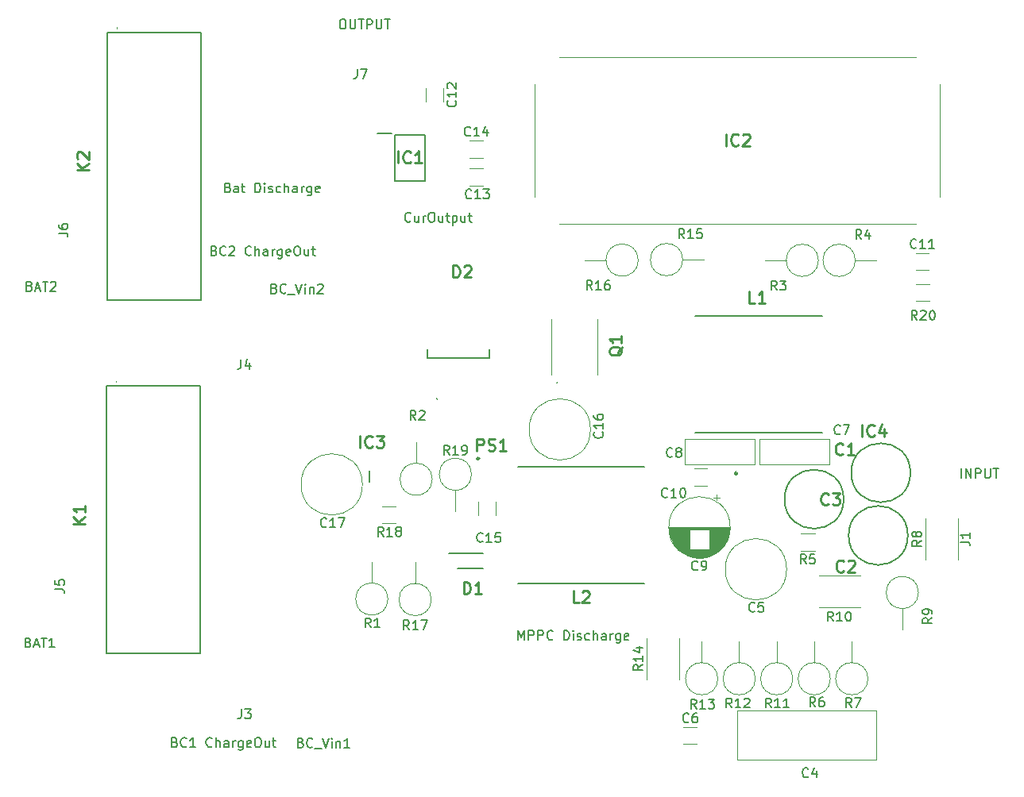
<source format=gbr>
%TF.GenerationSoftware,KiCad,Pcbnew,7.0.8*%
%TF.CreationDate,2024-02-23T11:13:45-06:00*%
%TF.ProjectId,ChargeController_Main,43686172-6765-4436-9f6e-74726f6c6c65,rev?*%
%TF.SameCoordinates,Original*%
%TF.FileFunction,Legend,Top*%
%TF.FilePolarity,Positive*%
%FSLAX46Y46*%
G04 Gerber Fmt 4.6, Leading zero omitted, Abs format (unit mm)*
G04 Created by KiCad (PCBNEW 7.0.8) date 2024-02-23 11:13:45*
%MOMM*%
%LPD*%
G01*
G04 APERTURE LIST*
%ADD10C,0.150000*%
%ADD11C,0.254000*%
%ADD12C,0.120000*%
%ADD13C,0.250000*%
%ADD14C,0.200000*%
%ADD15C,0.100000*%
G04 APERTURE END LIST*
D10*
X60512512Y-49612609D02*
X60655369Y-49660228D01*
X60655369Y-49660228D02*
X60702988Y-49707847D01*
X60702988Y-49707847D02*
X60750607Y-49803085D01*
X60750607Y-49803085D02*
X60750607Y-49945942D01*
X60750607Y-49945942D02*
X60702988Y-50041180D01*
X60702988Y-50041180D02*
X60655369Y-50088800D01*
X60655369Y-50088800D02*
X60560131Y-50136419D01*
X60560131Y-50136419D02*
X60179179Y-50136419D01*
X60179179Y-50136419D02*
X60179179Y-49136419D01*
X60179179Y-49136419D02*
X60512512Y-49136419D01*
X60512512Y-49136419D02*
X60607750Y-49184038D01*
X60607750Y-49184038D02*
X60655369Y-49231657D01*
X60655369Y-49231657D02*
X60702988Y-49326895D01*
X60702988Y-49326895D02*
X60702988Y-49422133D01*
X60702988Y-49422133D02*
X60655369Y-49517371D01*
X60655369Y-49517371D02*
X60607750Y-49564990D01*
X60607750Y-49564990D02*
X60512512Y-49612609D01*
X60512512Y-49612609D02*
X60179179Y-49612609D01*
X61607750Y-50136419D02*
X61607750Y-49612609D01*
X61607750Y-49612609D02*
X61560131Y-49517371D01*
X61560131Y-49517371D02*
X61464893Y-49469752D01*
X61464893Y-49469752D02*
X61274417Y-49469752D01*
X61274417Y-49469752D02*
X61179179Y-49517371D01*
X61607750Y-50088800D02*
X61512512Y-50136419D01*
X61512512Y-50136419D02*
X61274417Y-50136419D01*
X61274417Y-50136419D02*
X61179179Y-50088800D01*
X61179179Y-50088800D02*
X61131560Y-49993561D01*
X61131560Y-49993561D02*
X61131560Y-49898323D01*
X61131560Y-49898323D02*
X61179179Y-49803085D01*
X61179179Y-49803085D02*
X61274417Y-49755466D01*
X61274417Y-49755466D02*
X61512512Y-49755466D01*
X61512512Y-49755466D02*
X61607750Y-49707847D01*
X61941084Y-49469752D02*
X62322036Y-49469752D01*
X62083941Y-49136419D02*
X62083941Y-49993561D01*
X62083941Y-49993561D02*
X62131560Y-50088800D01*
X62131560Y-50088800D02*
X62226798Y-50136419D01*
X62226798Y-50136419D02*
X62322036Y-50136419D01*
X63417275Y-50136419D02*
X63417275Y-49136419D01*
X63417275Y-49136419D02*
X63655370Y-49136419D01*
X63655370Y-49136419D02*
X63798227Y-49184038D01*
X63798227Y-49184038D02*
X63893465Y-49279276D01*
X63893465Y-49279276D02*
X63941084Y-49374514D01*
X63941084Y-49374514D02*
X63988703Y-49564990D01*
X63988703Y-49564990D02*
X63988703Y-49707847D01*
X63988703Y-49707847D02*
X63941084Y-49898323D01*
X63941084Y-49898323D02*
X63893465Y-49993561D01*
X63893465Y-49993561D02*
X63798227Y-50088800D01*
X63798227Y-50088800D02*
X63655370Y-50136419D01*
X63655370Y-50136419D02*
X63417275Y-50136419D01*
X64417275Y-50136419D02*
X64417275Y-49469752D01*
X64417275Y-49136419D02*
X64369656Y-49184038D01*
X64369656Y-49184038D02*
X64417275Y-49231657D01*
X64417275Y-49231657D02*
X64464894Y-49184038D01*
X64464894Y-49184038D02*
X64417275Y-49136419D01*
X64417275Y-49136419D02*
X64417275Y-49231657D01*
X64845846Y-50088800D02*
X64941084Y-50136419D01*
X64941084Y-50136419D02*
X65131560Y-50136419D01*
X65131560Y-50136419D02*
X65226798Y-50088800D01*
X65226798Y-50088800D02*
X65274417Y-49993561D01*
X65274417Y-49993561D02*
X65274417Y-49945942D01*
X65274417Y-49945942D02*
X65226798Y-49850704D01*
X65226798Y-49850704D02*
X65131560Y-49803085D01*
X65131560Y-49803085D02*
X64988703Y-49803085D01*
X64988703Y-49803085D02*
X64893465Y-49755466D01*
X64893465Y-49755466D02*
X64845846Y-49660228D01*
X64845846Y-49660228D02*
X64845846Y-49612609D01*
X64845846Y-49612609D02*
X64893465Y-49517371D01*
X64893465Y-49517371D02*
X64988703Y-49469752D01*
X64988703Y-49469752D02*
X65131560Y-49469752D01*
X65131560Y-49469752D02*
X65226798Y-49517371D01*
X66131560Y-50088800D02*
X66036322Y-50136419D01*
X66036322Y-50136419D02*
X65845846Y-50136419D01*
X65845846Y-50136419D02*
X65750608Y-50088800D01*
X65750608Y-50088800D02*
X65702989Y-50041180D01*
X65702989Y-50041180D02*
X65655370Y-49945942D01*
X65655370Y-49945942D02*
X65655370Y-49660228D01*
X65655370Y-49660228D02*
X65702989Y-49564990D01*
X65702989Y-49564990D02*
X65750608Y-49517371D01*
X65750608Y-49517371D02*
X65845846Y-49469752D01*
X65845846Y-49469752D02*
X66036322Y-49469752D01*
X66036322Y-49469752D02*
X66131560Y-49517371D01*
X66560132Y-50136419D02*
X66560132Y-49136419D01*
X66988703Y-50136419D02*
X66988703Y-49612609D01*
X66988703Y-49612609D02*
X66941084Y-49517371D01*
X66941084Y-49517371D02*
X66845846Y-49469752D01*
X66845846Y-49469752D02*
X66702989Y-49469752D01*
X66702989Y-49469752D02*
X66607751Y-49517371D01*
X66607751Y-49517371D02*
X66560132Y-49564990D01*
X67893465Y-50136419D02*
X67893465Y-49612609D01*
X67893465Y-49612609D02*
X67845846Y-49517371D01*
X67845846Y-49517371D02*
X67750608Y-49469752D01*
X67750608Y-49469752D02*
X67560132Y-49469752D01*
X67560132Y-49469752D02*
X67464894Y-49517371D01*
X67893465Y-50088800D02*
X67798227Y-50136419D01*
X67798227Y-50136419D02*
X67560132Y-50136419D01*
X67560132Y-50136419D02*
X67464894Y-50088800D01*
X67464894Y-50088800D02*
X67417275Y-49993561D01*
X67417275Y-49993561D02*
X67417275Y-49898323D01*
X67417275Y-49898323D02*
X67464894Y-49803085D01*
X67464894Y-49803085D02*
X67560132Y-49755466D01*
X67560132Y-49755466D02*
X67798227Y-49755466D01*
X67798227Y-49755466D02*
X67893465Y-49707847D01*
X68369656Y-50136419D02*
X68369656Y-49469752D01*
X68369656Y-49660228D02*
X68417275Y-49564990D01*
X68417275Y-49564990D02*
X68464894Y-49517371D01*
X68464894Y-49517371D02*
X68560132Y-49469752D01*
X68560132Y-49469752D02*
X68655370Y-49469752D01*
X69417275Y-49469752D02*
X69417275Y-50279276D01*
X69417275Y-50279276D02*
X69369656Y-50374514D01*
X69369656Y-50374514D02*
X69322037Y-50422133D01*
X69322037Y-50422133D02*
X69226799Y-50469752D01*
X69226799Y-50469752D02*
X69083942Y-50469752D01*
X69083942Y-50469752D02*
X68988704Y-50422133D01*
X69417275Y-50088800D02*
X69322037Y-50136419D01*
X69322037Y-50136419D02*
X69131561Y-50136419D01*
X69131561Y-50136419D02*
X69036323Y-50088800D01*
X69036323Y-50088800D02*
X68988704Y-50041180D01*
X68988704Y-50041180D02*
X68941085Y-49945942D01*
X68941085Y-49945942D02*
X68941085Y-49660228D01*
X68941085Y-49660228D02*
X68988704Y-49564990D01*
X68988704Y-49564990D02*
X69036323Y-49517371D01*
X69036323Y-49517371D02*
X69131561Y-49469752D01*
X69131561Y-49469752D02*
X69322037Y-49469752D01*
X69322037Y-49469752D02*
X69417275Y-49517371D01*
X70274418Y-50088800D02*
X70179180Y-50136419D01*
X70179180Y-50136419D02*
X69988704Y-50136419D01*
X69988704Y-50136419D02*
X69893466Y-50088800D01*
X69893466Y-50088800D02*
X69845847Y-49993561D01*
X69845847Y-49993561D02*
X69845847Y-49612609D01*
X69845847Y-49612609D02*
X69893466Y-49517371D01*
X69893466Y-49517371D02*
X69988704Y-49469752D01*
X69988704Y-49469752D02*
X70179180Y-49469752D01*
X70179180Y-49469752D02*
X70274418Y-49517371D01*
X70274418Y-49517371D02*
X70322037Y-49612609D01*
X70322037Y-49612609D02*
X70322037Y-49707847D01*
X70322037Y-49707847D02*
X69845847Y-49803085D01*
X39379712Y-60128209D02*
X39522569Y-60175828D01*
X39522569Y-60175828D02*
X39570188Y-60223447D01*
X39570188Y-60223447D02*
X39617807Y-60318685D01*
X39617807Y-60318685D02*
X39617807Y-60461542D01*
X39617807Y-60461542D02*
X39570188Y-60556780D01*
X39570188Y-60556780D02*
X39522569Y-60604400D01*
X39522569Y-60604400D02*
X39427331Y-60652019D01*
X39427331Y-60652019D02*
X39046379Y-60652019D01*
X39046379Y-60652019D02*
X39046379Y-59652019D01*
X39046379Y-59652019D02*
X39379712Y-59652019D01*
X39379712Y-59652019D02*
X39474950Y-59699638D01*
X39474950Y-59699638D02*
X39522569Y-59747257D01*
X39522569Y-59747257D02*
X39570188Y-59842495D01*
X39570188Y-59842495D02*
X39570188Y-59937733D01*
X39570188Y-59937733D02*
X39522569Y-60032971D01*
X39522569Y-60032971D02*
X39474950Y-60080590D01*
X39474950Y-60080590D02*
X39379712Y-60128209D01*
X39379712Y-60128209D02*
X39046379Y-60128209D01*
X39998760Y-60366304D02*
X40474950Y-60366304D01*
X39903522Y-60652019D02*
X40236855Y-59652019D01*
X40236855Y-59652019D02*
X40570188Y-60652019D01*
X40760665Y-59652019D02*
X41332093Y-59652019D01*
X41046379Y-60652019D02*
X41046379Y-59652019D01*
X41617808Y-59747257D02*
X41665427Y-59699638D01*
X41665427Y-59699638D02*
X41760665Y-59652019D01*
X41760665Y-59652019D02*
X41998760Y-59652019D01*
X41998760Y-59652019D02*
X42093998Y-59699638D01*
X42093998Y-59699638D02*
X42141617Y-59747257D01*
X42141617Y-59747257D02*
X42189236Y-59842495D01*
X42189236Y-59842495D02*
X42189236Y-59937733D01*
X42189236Y-59937733D02*
X42141617Y-60080590D01*
X42141617Y-60080590D02*
X41570189Y-60652019D01*
X41570189Y-60652019D02*
X42189236Y-60652019D01*
X59039312Y-56343609D02*
X59182169Y-56391228D01*
X59182169Y-56391228D02*
X59229788Y-56438847D01*
X59229788Y-56438847D02*
X59277407Y-56534085D01*
X59277407Y-56534085D02*
X59277407Y-56676942D01*
X59277407Y-56676942D02*
X59229788Y-56772180D01*
X59229788Y-56772180D02*
X59182169Y-56819800D01*
X59182169Y-56819800D02*
X59086931Y-56867419D01*
X59086931Y-56867419D02*
X58705979Y-56867419D01*
X58705979Y-56867419D02*
X58705979Y-55867419D01*
X58705979Y-55867419D02*
X59039312Y-55867419D01*
X59039312Y-55867419D02*
X59134550Y-55915038D01*
X59134550Y-55915038D02*
X59182169Y-55962657D01*
X59182169Y-55962657D02*
X59229788Y-56057895D01*
X59229788Y-56057895D02*
X59229788Y-56153133D01*
X59229788Y-56153133D02*
X59182169Y-56248371D01*
X59182169Y-56248371D02*
X59134550Y-56295990D01*
X59134550Y-56295990D02*
X59039312Y-56343609D01*
X59039312Y-56343609D02*
X58705979Y-56343609D01*
X60277407Y-56772180D02*
X60229788Y-56819800D01*
X60229788Y-56819800D02*
X60086931Y-56867419D01*
X60086931Y-56867419D02*
X59991693Y-56867419D01*
X59991693Y-56867419D02*
X59848836Y-56819800D01*
X59848836Y-56819800D02*
X59753598Y-56724561D01*
X59753598Y-56724561D02*
X59705979Y-56629323D01*
X59705979Y-56629323D02*
X59658360Y-56438847D01*
X59658360Y-56438847D02*
X59658360Y-56295990D01*
X59658360Y-56295990D02*
X59705979Y-56105514D01*
X59705979Y-56105514D02*
X59753598Y-56010276D01*
X59753598Y-56010276D02*
X59848836Y-55915038D01*
X59848836Y-55915038D02*
X59991693Y-55867419D01*
X59991693Y-55867419D02*
X60086931Y-55867419D01*
X60086931Y-55867419D02*
X60229788Y-55915038D01*
X60229788Y-55915038D02*
X60277407Y-55962657D01*
X60658360Y-55962657D02*
X60705979Y-55915038D01*
X60705979Y-55915038D02*
X60801217Y-55867419D01*
X60801217Y-55867419D02*
X61039312Y-55867419D01*
X61039312Y-55867419D02*
X61134550Y-55915038D01*
X61134550Y-55915038D02*
X61182169Y-55962657D01*
X61182169Y-55962657D02*
X61229788Y-56057895D01*
X61229788Y-56057895D02*
X61229788Y-56153133D01*
X61229788Y-56153133D02*
X61182169Y-56295990D01*
X61182169Y-56295990D02*
X60610741Y-56867419D01*
X60610741Y-56867419D02*
X61229788Y-56867419D01*
X62991693Y-56772180D02*
X62944074Y-56819800D01*
X62944074Y-56819800D02*
X62801217Y-56867419D01*
X62801217Y-56867419D02*
X62705979Y-56867419D01*
X62705979Y-56867419D02*
X62563122Y-56819800D01*
X62563122Y-56819800D02*
X62467884Y-56724561D01*
X62467884Y-56724561D02*
X62420265Y-56629323D01*
X62420265Y-56629323D02*
X62372646Y-56438847D01*
X62372646Y-56438847D02*
X62372646Y-56295990D01*
X62372646Y-56295990D02*
X62420265Y-56105514D01*
X62420265Y-56105514D02*
X62467884Y-56010276D01*
X62467884Y-56010276D02*
X62563122Y-55915038D01*
X62563122Y-55915038D02*
X62705979Y-55867419D01*
X62705979Y-55867419D02*
X62801217Y-55867419D01*
X62801217Y-55867419D02*
X62944074Y-55915038D01*
X62944074Y-55915038D02*
X62991693Y-55962657D01*
X63420265Y-56867419D02*
X63420265Y-55867419D01*
X63848836Y-56867419D02*
X63848836Y-56343609D01*
X63848836Y-56343609D02*
X63801217Y-56248371D01*
X63801217Y-56248371D02*
X63705979Y-56200752D01*
X63705979Y-56200752D02*
X63563122Y-56200752D01*
X63563122Y-56200752D02*
X63467884Y-56248371D01*
X63467884Y-56248371D02*
X63420265Y-56295990D01*
X64753598Y-56867419D02*
X64753598Y-56343609D01*
X64753598Y-56343609D02*
X64705979Y-56248371D01*
X64705979Y-56248371D02*
X64610741Y-56200752D01*
X64610741Y-56200752D02*
X64420265Y-56200752D01*
X64420265Y-56200752D02*
X64325027Y-56248371D01*
X64753598Y-56819800D02*
X64658360Y-56867419D01*
X64658360Y-56867419D02*
X64420265Y-56867419D01*
X64420265Y-56867419D02*
X64325027Y-56819800D01*
X64325027Y-56819800D02*
X64277408Y-56724561D01*
X64277408Y-56724561D02*
X64277408Y-56629323D01*
X64277408Y-56629323D02*
X64325027Y-56534085D01*
X64325027Y-56534085D02*
X64420265Y-56486466D01*
X64420265Y-56486466D02*
X64658360Y-56486466D01*
X64658360Y-56486466D02*
X64753598Y-56438847D01*
X65229789Y-56867419D02*
X65229789Y-56200752D01*
X65229789Y-56391228D02*
X65277408Y-56295990D01*
X65277408Y-56295990D02*
X65325027Y-56248371D01*
X65325027Y-56248371D02*
X65420265Y-56200752D01*
X65420265Y-56200752D02*
X65515503Y-56200752D01*
X66277408Y-56200752D02*
X66277408Y-57010276D01*
X66277408Y-57010276D02*
X66229789Y-57105514D01*
X66229789Y-57105514D02*
X66182170Y-57153133D01*
X66182170Y-57153133D02*
X66086932Y-57200752D01*
X66086932Y-57200752D02*
X65944075Y-57200752D01*
X65944075Y-57200752D02*
X65848837Y-57153133D01*
X66277408Y-56819800D02*
X66182170Y-56867419D01*
X66182170Y-56867419D02*
X65991694Y-56867419D01*
X65991694Y-56867419D02*
X65896456Y-56819800D01*
X65896456Y-56819800D02*
X65848837Y-56772180D01*
X65848837Y-56772180D02*
X65801218Y-56676942D01*
X65801218Y-56676942D02*
X65801218Y-56391228D01*
X65801218Y-56391228D02*
X65848837Y-56295990D01*
X65848837Y-56295990D02*
X65896456Y-56248371D01*
X65896456Y-56248371D02*
X65991694Y-56200752D01*
X65991694Y-56200752D02*
X66182170Y-56200752D01*
X66182170Y-56200752D02*
X66277408Y-56248371D01*
X67134551Y-56819800D02*
X67039313Y-56867419D01*
X67039313Y-56867419D02*
X66848837Y-56867419D01*
X66848837Y-56867419D02*
X66753599Y-56819800D01*
X66753599Y-56819800D02*
X66705980Y-56724561D01*
X66705980Y-56724561D02*
X66705980Y-56343609D01*
X66705980Y-56343609D02*
X66753599Y-56248371D01*
X66753599Y-56248371D02*
X66848837Y-56200752D01*
X66848837Y-56200752D02*
X67039313Y-56200752D01*
X67039313Y-56200752D02*
X67134551Y-56248371D01*
X67134551Y-56248371D02*
X67182170Y-56343609D01*
X67182170Y-56343609D02*
X67182170Y-56438847D01*
X67182170Y-56438847D02*
X66705980Y-56534085D01*
X67801218Y-55867419D02*
X67991694Y-55867419D01*
X67991694Y-55867419D02*
X68086932Y-55915038D01*
X68086932Y-55915038D02*
X68182170Y-56010276D01*
X68182170Y-56010276D02*
X68229789Y-56200752D01*
X68229789Y-56200752D02*
X68229789Y-56534085D01*
X68229789Y-56534085D02*
X68182170Y-56724561D01*
X68182170Y-56724561D02*
X68086932Y-56819800D01*
X68086932Y-56819800D02*
X67991694Y-56867419D01*
X67991694Y-56867419D02*
X67801218Y-56867419D01*
X67801218Y-56867419D02*
X67705980Y-56819800D01*
X67705980Y-56819800D02*
X67610742Y-56724561D01*
X67610742Y-56724561D02*
X67563123Y-56534085D01*
X67563123Y-56534085D02*
X67563123Y-56200752D01*
X67563123Y-56200752D02*
X67610742Y-56010276D01*
X67610742Y-56010276D02*
X67705980Y-55915038D01*
X67705980Y-55915038D02*
X67801218Y-55867419D01*
X69086932Y-56200752D02*
X69086932Y-56867419D01*
X68658361Y-56200752D02*
X68658361Y-56724561D01*
X68658361Y-56724561D02*
X68705980Y-56819800D01*
X68705980Y-56819800D02*
X68801218Y-56867419D01*
X68801218Y-56867419D02*
X68944075Y-56867419D01*
X68944075Y-56867419D02*
X69039313Y-56819800D01*
X69039313Y-56819800D02*
X69086932Y-56772180D01*
X69420266Y-56200752D02*
X69801218Y-56200752D01*
X69563123Y-55867419D02*
X69563123Y-56724561D01*
X69563123Y-56724561D02*
X69610742Y-56819800D01*
X69610742Y-56819800D02*
X69705980Y-56867419D01*
X69705980Y-56867419D02*
X69801218Y-56867419D01*
X68284912Y-108820009D02*
X68427769Y-108867628D01*
X68427769Y-108867628D02*
X68475388Y-108915247D01*
X68475388Y-108915247D02*
X68523007Y-109010485D01*
X68523007Y-109010485D02*
X68523007Y-109153342D01*
X68523007Y-109153342D02*
X68475388Y-109248580D01*
X68475388Y-109248580D02*
X68427769Y-109296200D01*
X68427769Y-109296200D02*
X68332531Y-109343819D01*
X68332531Y-109343819D02*
X67951579Y-109343819D01*
X67951579Y-109343819D02*
X67951579Y-108343819D01*
X67951579Y-108343819D02*
X68284912Y-108343819D01*
X68284912Y-108343819D02*
X68380150Y-108391438D01*
X68380150Y-108391438D02*
X68427769Y-108439057D01*
X68427769Y-108439057D02*
X68475388Y-108534295D01*
X68475388Y-108534295D02*
X68475388Y-108629533D01*
X68475388Y-108629533D02*
X68427769Y-108724771D01*
X68427769Y-108724771D02*
X68380150Y-108772390D01*
X68380150Y-108772390D02*
X68284912Y-108820009D01*
X68284912Y-108820009D02*
X67951579Y-108820009D01*
X69523007Y-109248580D02*
X69475388Y-109296200D01*
X69475388Y-109296200D02*
X69332531Y-109343819D01*
X69332531Y-109343819D02*
X69237293Y-109343819D01*
X69237293Y-109343819D02*
X69094436Y-109296200D01*
X69094436Y-109296200D02*
X68999198Y-109200961D01*
X68999198Y-109200961D02*
X68951579Y-109105723D01*
X68951579Y-109105723D02*
X68903960Y-108915247D01*
X68903960Y-108915247D02*
X68903960Y-108772390D01*
X68903960Y-108772390D02*
X68951579Y-108581914D01*
X68951579Y-108581914D02*
X68999198Y-108486676D01*
X68999198Y-108486676D02*
X69094436Y-108391438D01*
X69094436Y-108391438D02*
X69237293Y-108343819D01*
X69237293Y-108343819D02*
X69332531Y-108343819D01*
X69332531Y-108343819D02*
X69475388Y-108391438D01*
X69475388Y-108391438D02*
X69523007Y-108439057D01*
X69713484Y-109439057D02*
X70475388Y-109439057D01*
X70570627Y-108343819D02*
X70903960Y-109343819D01*
X70903960Y-109343819D02*
X71237293Y-108343819D01*
X71570627Y-109343819D02*
X71570627Y-108677152D01*
X71570627Y-108343819D02*
X71523008Y-108391438D01*
X71523008Y-108391438D02*
X71570627Y-108439057D01*
X71570627Y-108439057D02*
X71618246Y-108391438D01*
X71618246Y-108391438D02*
X71570627Y-108343819D01*
X71570627Y-108343819D02*
X71570627Y-108439057D01*
X72046817Y-108677152D02*
X72046817Y-109343819D01*
X72046817Y-108772390D02*
X72094436Y-108724771D01*
X72094436Y-108724771D02*
X72189674Y-108677152D01*
X72189674Y-108677152D02*
X72332531Y-108677152D01*
X72332531Y-108677152D02*
X72427769Y-108724771D01*
X72427769Y-108724771D02*
X72475388Y-108820009D01*
X72475388Y-108820009D02*
X72475388Y-109343819D01*
X73475388Y-109343819D02*
X72903960Y-109343819D01*
X73189674Y-109343819D02*
X73189674Y-108343819D01*
X73189674Y-108343819D02*
X73094436Y-108486676D01*
X73094436Y-108486676D02*
X72999198Y-108581914D01*
X72999198Y-108581914D02*
X72903960Y-108629533D01*
X39227312Y-98126609D02*
X39370169Y-98174228D01*
X39370169Y-98174228D02*
X39417788Y-98221847D01*
X39417788Y-98221847D02*
X39465407Y-98317085D01*
X39465407Y-98317085D02*
X39465407Y-98459942D01*
X39465407Y-98459942D02*
X39417788Y-98555180D01*
X39417788Y-98555180D02*
X39370169Y-98602800D01*
X39370169Y-98602800D02*
X39274931Y-98650419D01*
X39274931Y-98650419D02*
X38893979Y-98650419D01*
X38893979Y-98650419D02*
X38893979Y-97650419D01*
X38893979Y-97650419D02*
X39227312Y-97650419D01*
X39227312Y-97650419D02*
X39322550Y-97698038D01*
X39322550Y-97698038D02*
X39370169Y-97745657D01*
X39370169Y-97745657D02*
X39417788Y-97840895D01*
X39417788Y-97840895D02*
X39417788Y-97936133D01*
X39417788Y-97936133D02*
X39370169Y-98031371D01*
X39370169Y-98031371D02*
X39322550Y-98078990D01*
X39322550Y-98078990D02*
X39227312Y-98126609D01*
X39227312Y-98126609D02*
X38893979Y-98126609D01*
X39846360Y-98364704D02*
X40322550Y-98364704D01*
X39751122Y-98650419D02*
X40084455Y-97650419D01*
X40084455Y-97650419D02*
X40417788Y-98650419D01*
X40608265Y-97650419D02*
X41179693Y-97650419D01*
X40893979Y-98650419D02*
X40893979Y-97650419D01*
X42036836Y-98650419D02*
X41465408Y-98650419D01*
X41751122Y-98650419D02*
X41751122Y-97650419D01*
X41751122Y-97650419D02*
X41655884Y-97793276D01*
X41655884Y-97793276D02*
X41560646Y-97888514D01*
X41560646Y-97888514D02*
X41465408Y-97936133D01*
X79978407Y-53190780D02*
X79930788Y-53238400D01*
X79930788Y-53238400D02*
X79787931Y-53286019D01*
X79787931Y-53286019D02*
X79692693Y-53286019D01*
X79692693Y-53286019D02*
X79549836Y-53238400D01*
X79549836Y-53238400D02*
X79454598Y-53143161D01*
X79454598Y-53143161D02*
X79406979Y-53047923D01*
X79406979Y-53047923D02*
X79359360Y-52857447D01*
X79359360Y-52857447D02*
X79359360Y-52714590D01*
X79359360Y-52714590D02*
X79406979Y-52524114D01*
X79406979Y-52524114D02*
X79454598Y-52428876D01*
X79454598Y-52428876D02*
X79549836Y-52333638D01*
X79549836Y-52333638D02*
X79692693Y-52286019D01*
X79692693Y-52286019D02*
X79787931Y-52286019D01*
X79787931Y-52286019D02*
X79930788Y-52333638D01*
X79930788Y-52333638D02*
X79978407Y-52381257D01*
X80835550Y-52619352D02*
X80835550Y-53286019D01*
X80406979Y-52619352D02*
X80406979Y-53143161D01*
X80406979Y-53143161D02*
X80454598Y-53238400D01*
X80454598Y-53238400D02*
X80549836Y-53286019D01*
X80549836Y-53286019D02*
X80692693Y-53286019D01*
X80692693Y-53286019D02*
X80787931Y-53238400D01*
X80787931Y-53238400D02*
X80835550Y-53190780D01*
X81311741Y-53286019D02*
X81311741Y-52619352D01*
X81311741Y-52809828D02*
X81359360Y-52714590D01*
X81359360Y-52714590D02*
X81406979Y-52666971D01*
X81406979Y-52666971D02*
X81502217Y-52619352D01*
X81502217Y-52619352D02*
X81597455Y-52619352D01*
X82121265Y-52286019D02*
X82311741Y-52286019D01*
X82311741Y-52286019D02*
X82406979Y-52333638D01*
X82406979Y-52333638D02*
X82502217Y-52428876D01*
X82502217Y-52428876D02*
X82549836Y-52619352D01*
X82549836Y-52619352D02*
X82549836Y-52952685D01*
X82549836Y-52952685D02*
X82502217Y-53143161D01*
X82502217Y-53143161D02*
X82406979Y-53238400D01*
X82406979Y-53238400D02*
X82311741Y-53286019D01*
X82311741Y-53286019D02*
X82121265Y-53286019D01*
X82121265Y-53286019D02*
X82026027Y-53238400D01*
X82026027Y-53238400D02*
X81930789Y-53143161D01*
X81930789Y-53143161D02*
X81883170Y-52952685D01*
X81883170Y-52952685D02*
X81883170Y-52619352D01*
X81883170Y-52619352D02*
X81930789Y-52428876D01*
X81930789Y-52428876D02*
X82026027Y-52333638D01*
X82026027Y-52333638D02*
X82121265Y-52286019D01*
X83406979Y-52619352D02*
X83406979Y-53286019D01*
X82978408Y-52619352D02*
X82978408Y-53143161D01*
X82978408Y-53143161D02*
X83026027Y-53238400D01*
X83026027Y-53238400D02*
X83121265Y-53286019D01*
X83121265Y-53286019D02*
X83264122Y-53286019D01*
X83264122Y-53286019D02*
X83359360Y-53238400D01*
X83359360Y-53238400D02*
X83406979Y-53190780D01*
X83740313Y-52619352D02*
X84121265Y-52619352D01*
X83883170Y-52286019D02*
X83883170Y-53143161D01*
X83883170Y-53143161D02*
X83930789Y-53238400D01*
X83930789Y-53238400D02*
X84026027Y-53286019D01*
X84026027Y-53286019D02*
X84121265Y-53286019D01*
X84454599Y-52619352D02*
X84454599Y-53619352D01*
X84454599Y-52666971D02*
X84549837Y-52619352D01*
X84549837Y-52619352D02*
X84740313Y-52619352D01*
X84740313Y-52619352D02*
X84835551Y-52666971D01*
X84835551Y-52666971D02*
X84883170Y-52714590D01*
X84883170Y-52714590D02*
X84930789Y-52809828D01*
X84930789Y-52809828D02*
X84930789Y-53095542D01*
X84930789Y-53095542D02*
X84883170Y-53190780D01*
X84883170Y-53190780D02*
X84835551Y-53238400D01*
X84835551Y-53238400D02*
X84740313Y-53286019D01*
X84740313Y-53286019D02*
X84549837Y-53286019D01*
X84549837Y-53286019D02*
X84454599Y-53238400D01*
X85787932Y-52619352D02*
X85787932Y-53286019D01*
X85359361Y-52619352D02*
X85359361Y-53143161D01*
X85359361Y-53143161D02*
X85406980Y-53238400D01*
X85406980Y-53238400D02*
X85502218Y-53286019D01*
X85502218Y-53286019D02*
X85645075Y-53286019D01*
X85645075Y-53286019D02*
X85740313Y-53238400D01*
X85740313Y-53238400D02*
X85787932Y-53190780D01*
X86121266Y-52619352D02*
X86502218Y-52619352D01*
X86264123Y-52286019D02*
X86264123Y-53143161D01*
X86264123Y-53143161D02*
X86311742Y-53238400D01*
X86311742Y-53238400D02*
X86406980Y-53286019D01*
X86406980Y-53286019D02*
X86502218Y-53286019D01*
X65465512Y-60382209D02*
X65608369Y-60429828D01*
X65608369Y-60429828D02*
X65655988Y-60477447D01*
X65655988Y-60477447D02*
X65703607Y-60572685D01*
X65703607Y-60572685D02*
X65703607Y-60715542D01*
X65703607Y-60715542D02*
X65655988Y-60810780D01*
X65655988Y-60810780D02*
X65608369Y-60858400D01*
X65608369Y-60858400D02*
X65513131Y-60906019D01*
X65513131Y-60906019D02*
X65132179Y-60906019D01*
X65132179Y-60906019D02*
X65132179Y-59906019D01*
X65132179Y-59906019D02*
X65465512Y-59906019D01*
X65465512Y-59906019D02*
X65560750Y-59953638D01*
X65560750Y-59953638D02*
X65608369Y-60001257D01*
X65608369Y-60001257D02*
X65655988Y-60096495D01*
X65655988Y-60096495D02*
X65655988Y-60191733D01*
X65655988Y-60191733D02*
X65608369Y-60286971D01*
X65608369Y-60286971D02*
X65560750Y-60334590D01*
X65560750Y-60334590D02*
X65465512Y-60382209D01*
X65465512Y-60382209D02*
X65132179Y-60382209D01*
X66703607Y-60810780D02*
X66655988Y-60858400D01*
X66655988Y-60858400D02*
X66513131Y-60906019D01*
X66513131Y-60906019D02*
X66417893Y-60906019D01*
X66417893Y-60906019D02*
X66275036Y-60858400D01*
X66275036Y-60858400D02*
X66179798Y-60763161D01*
X66179798Y-60763161D02*
X66132179Y-60667923D01*
X66132179Y-60667923D02*
X66084560Y-60477447D01*
X66084560Y-60477447D02*
X66084560Y-60334590D01*
X66084560Y-60334590D02*
X66132179Y-60144114D01*
X66132179Y-60144114D02*
X66179798Y-60048876D01*
X66179798Y-60048876D02*
X66275036Y-59953638D01*
X66275036Y-59953638D02*
X66417893Y-59906019D01*
X66417893Y-59906019D02*
X66513131Y-59906019D01*
X66513131Y-59906019D02*
X66655988Y-59953638D01*
X66655988Y-59953638D02*
X66703607Y-60001257D01*
X66894084Y-61001257D02*
X67655988Y-61001257D01*
X67751227Y-59906019D02*
X68084560Y-60906019D01*
X68084560Y-60906019D02*
X68417893Y-59906019D01*
X68751227Y-60906019D02*
X68751227Y-60239352D01*
X68751227Y-59906019D02*
X68703608Y-59953638D01*
X68703608Y-59953638D02*
X68751227Y-60001257D01*
X68751227Y-60001257D02*
X68798846Y-59953638D01*
X68798846Y-59953638D02*
X68751227Y-59906019D01*
X68751227Y-59906019D02*
X68751227Y-60001257D01*
X69227417Y-60239352D02*
X69227417Y-60906019D01*
X69227417Y-60334590D02*
X69275036Y-60286971D01*
X69275036Y-60286971D02*
X69370274Y-60239352D01*
X69370274Y-60239352D02*
X69513131Y-60239352D01*
X69513131Y-60239352D02*
X69608369Y-60286971D01*
X69608369Y-60286971D02*
X69655988Y-60382209D01*
X69655988Y-60382209D02*
X69655988Y-60906019D01*
X70084560Y-60001257D02*
X70132179Y-59953638D01*
X70132179Y-59953638D02*
X70227417Y-59906019D01*
X70227417Y-59906019D02*
X70465512Y-59906019D01*
X70465512Y-59906019D02*
X70560750Y-59953638D01*
X70560750Y-59953638D02*
X70608369Y-60001257D01*
X70608369Y-60001257D02*
X70655988Y-60096495D01*
X70655988Y-60096495D02*
X70655988Y-60191733D01*
X70655988Y-60191733D02*
X70608369Y-60334590D01*
X70608369Y-60334590D02*
X70036941Y-60906019D01*
X70036941Y-60906019D02*
X70655988Y-60906019D01*
X138665179Y-80591019D02*
X138665179Y-79591019D01*
X139141369Y-80591019D02*
X139141369Y-79591019D01*
X139141369Y-79591019D02*
X139712797Y-80591019D01*
X139712797Y-80591019D02*
X139712797Y-79591019D01*
X140188988Y-80591019D02*
X140188988Y-79591019D01*
X140188988Y-79591019D02*
X140569940Y-79591019D01*
X140569940Y-79591019D02*
X140665178Y-79638638D01*
X140665178Y-79638638D02*
X140712797Y-79686257D01*
X140712797Y-79686257D02*
X140760416Y-79781495D01*
X140760416Y-79781495D02*
X140760416Y-79924352D01*
X140760416Y-79924352D02*
X140712797Y-80019590D01*
X140712797Y-80019590D02*
X140665178Y-80067209D01*
X140665178Y-80067209D02*
X140569940Y-80114828D01*
X140569940Y-80114828D02*
X140188988Y-80114828D01*
X141188988Y-79591019D02*
X141188988Y-80400542D01*
X141188988Y-80400542D02*
X141236607Y-80495780D01*
X141236607Y-80495780D02*
X141284226Y-80543400D01*
X141284226Y-80543400D02*
X141379464Y-80591019D01*
X141379464Y-80591019D02*
X141569940Y-80591019D01*
X141569940Y-80591019D02*
X141665178Y-80543400D01*
X141665178Y-80543400D02*
X141712797Y-80495780D01*
X141712797Y-80495780D02*
X141760416Y-80400542D01*
X141760416Y-80400542D02*
X141760416Y-79591019D01*
X142093750Y-79591019D02*
X142665178Y-79591019D01*
X142379464Y-80591019D02*
X142379464Y-79591019D01*
X54848312Y-108769209D02*
X54991169Y-108816828D01*
X54991169Y-108816828D02*
X55038788Y-108864447D01*
X55038788Y-108864447D02*
X55086407Y-108959685D01*
X55086407Y-108959685D02*
X55086407Y-109102542D01*
X55086407Y-109102542D02*
X55038788Y-109197780D01*
X55038788Y-109197780D02*
X54991169Y-109245400D01*
X54991169Y-109245400D02*
X54895931Y-109293019D01*
X54895931Y-109293019D02*
X54514979Y-109293019D01*
X54514979Y-109293019D02*
X54514979Y-108293019D01*
X54514979Y-108293019D02*
X54848312Y-108293019D01*
X54848312Y-108293019D02*
X54943550Y-108340638D01*
X54943550Y-108340638D02*
X54991169Y-108388257D01*
X54991169Y-108388257D02*
X55038788Y-108483495D01*
X55038788Y-108483495D02*
X55038788Y-108578733D01*
X55038788Y-108578733D02*
X54991169Y-108673971D01*
X54991169Y-108673971D02*
X54943550Y-108721590D01*
X54943550Y-108721590D02*
X54848312Y-108769209D01*
X54848312Y-108769209D02*
X54514979Y-108769209D01*
X56086407Y-109197780D02*
X56038788Y-109245400D01*
X56038788Y-109245400D02*
X55895931Y-109293019D01*
X55895931Y-109293019D02*
X55800693Y-109293019D01*
X55800693Y-109293019D02*
X55657836Y-109245400D01*
X55657836Y-109245400D02*
X55562598Y-109150161D01*
X55562598Y-109150161D02*
X55514979Y-109054923D01*
X55514979Y-109054923D02*
X55467360Y-108864447D01*
X55467360Y-108864447D02*
X55467360Y-108721590D01*
X55467360Y-108721590D02*
X55514979Y-108531114D01*
X55514979Y-108531114D02*
X55562598Y-108435876D01*
X55562598Y-108435876D02*
X55657836Y-108340638D01*
X55657836Y-108340638D02*
X55800693Y-108293019D01*
X55800693Y-108293019D02*
X55895931Y-108293019D01*
X55895931Y-108293019D02*
X56038788Y-108340638D01*
X56038788Y-108340638D02*
X56086407Y-108388257D01*
X57038788Y-109293019D02*
X56467360Y-109293019D01*
X56753074Y-109293019D02*
X56753074Y-108293019D01*
X56753074Y-108293019D02*
X56657836Y-108435876D01*
X56657836Y-108435876D02*
X56562598Y-108531114D01*
X56562598Y-108531114D02*
X56467360Y-108578733D01*
X58800693Y-109197780D02*
X58753074Y-109245400D01*
X58753074Y-109245400D02*
X58610217Y-109293019D01*
X58610217Y-109293019D02*
X58514979Y-109293019D01*
X58514979Y-109293019D02*
X58372122Y-109245400D01*
X58372122Y-109245400D02*
X58276884Y-109150161D01*
X58276884Y-109150161D02*
X58229265Y-109054923D01*
X58229265Y-109054923D02*
X58181646Y-108864447D01*
X58181646Y-108864447D02*
X58181646Y-108721590D01*
X58181646Y-108721590D02*
X58229265Y-108531114D01*
X58229265Y-108531114D02*
X58276884Y-108435876D01*
X58276884Y-108435876D02*
X58372122Y-108340638D01*
X58372122Y-108340638D02*
X58514979Y-108293019D01*
X58514979Y-108293019D02*
X58610217Y-108293019D01*
X58610217Y-108293019D02*
X58753074Y-108340638D01*
X58753074Y-108340638D02*
X58800693Y-108388257D01*
X59229265Y-109293019D02*
X59229265Y-108293019D01*
X59657836Y-109293019D02*
X59657836Y-108769209D01*
X59657836Y-108769209D02*
X59610217Y-108673971D01*
X59610217Y-108673971D02*
X59514979Y-108626352D01*
X59514979Y-108626352D02*
X59372122Y-108626352D01*
X59372122Y-108626352D02*
X59276884Y-108673971D01*
X59276884Y-108673971D02*
X59229265Y-108721590D01*
X60562598Y-109293019D02*
X60562598Y-108769209D01*
X60562598Y-108769209D02*
X60514979Y-108673971D01*
X60514979Y-108673971D02*
X60419741Y-108626352D01*
X60419741Y-108626352D02*
X60229265Y-108626352D01*
X60229265Y-108626352D02*
X60134027Y-108673971D01*
X60562598Y-109245400D02*
X60467360Y-109293019D01*
X60467360Y-109293019D02*
X60229265Y-109293019D01*
X60229265Y-109293019D02*
X60134027Y-109245400D01*
X60134027Y-109245400D02*
X60086408Y-109150161D01*
X60086408Y-109150161D02*
X60086408Y-109054923D01*
X60086408Y-109054923D02*
X60134027Y-108959685D01*
X60134027Y-108959685D02*
X60229265Y-108912066D01*
X60229265Y-108912066D02*
X60467360Y-108912066D01*
X60467360Y-108912066D02*
X60562598Y-108864447D01*
X61038789Y-109293019D02*
X61038789Y-108626352D01*
X61038789Y-108816828D02*
X61086408Y-108721590D01*
X61086408Y-108721590D02*
X61134027Y-108673971D01*
X61134027Y-108673971D02*
X61229265Y-108626352D01*
X61229265Y-108626352D02*
X61324503Y-108626352D01*
X62086408Y-108626352D02*
X62086408Y-109435876D01*
X62086408Y-109435876D02*
X62038789Y-109531114D01*
X62038789Y-109531114D02*
X61991170Y-109578733D01*
X61991170Y-109578733D02*
X61895932Y-109626352D01*
X61895932Y-109626352D02*
X61753075Y-109626352D01*
X61753075Y-109626352D02*
X61657837Y-109578733D01*
X62086408Y-109245400D02*
X61991170Y-109293019D01*
X61991170Y-109293019D02*
X61800694Y-109293019D01*
X61800694Y-109293019D02*
X61705456Y-109245400D01*
X61705456Y-109245400D02*
X61657837Y-109197780D01*
X61657837Y-109197780D02*
X61610218Y-109102542D01*
X61610218Y-109102542D02*
X61610218Y-108816828D01*
X61610218Y-108816828D02*
X61657837Y-108721590D01*
X61657837Y-108721590D02*
X61705456Y-108673971D01*
X61705456Y-108673971D02*
X61800694Y-108626352D01*
X61800694Y-108626352D02*
X61991170Y-108626352D01*
X61991170Y-108626352D02*
X62086408Y-108673971D01*
X62943551Y-109245400D02*
X62848313Y-109293019D01*
X62848313Y-109293019D02*
X62657837Y-109293019D01*
X62657837Y-109293019D02*
X62562599Y-109245400D01*
X62562599Y-109245400D02*
X62514980Y-109150161D01*
X62514980Y-109150161D02*
X62514980Y-108769209D01*
X62514980Y-108769209D02*
X62562599Y-108673971D01*
X62562599Y-108673971D02*
X62657837Y-108626352D01*
X62657837Y-108626352D02*
X62848313Y-108626352D01*
X62848313Y-108626352D02*
X62943551Y-108673971D01*
X62943551Y-108673971D02*
X62991170Y-108769209D01*
X62991170Y-108769209D02*
X62991170Y-108864447D01*
X62991170Y-108864447D02*
X62514980Y-108959685D01*
X63610218Y-108293019D02*
X63800694Y-108293019D01*
X63800694Y-108293019D02*
X63895932Y-108340638D01*
X63895932Y-108340638D02*
X63991170Y-108435876D01*
X63991170Y-108435876D02*
X64038789Y-108626352D01*
X64038789Y-108626352D02*
X64038789Y-108959685D01*
X64038789Y-108959685D02*
X63991170Y-109150161D01*
X63991170Y-109150161D02*
X63895932Y-109245400D01*
X63895932Y-109245400D02*
X63800694Y-109293019D01*
X63800694Y-109293019D02*
X63610218Y-109293019D01*
X63610218Y-109293019D02*
X63514980Y-109245400D01*
X63514980Y-109245400D02*
X63419742Y-109150161D01*
X63419742Y-109150161D02*
X63372123Y-108959685D01*
X63372123Y-108959685D02*
X63372123Y-108626352D01*
X63372123Y-108626352D02*
X63419742Y-108435876D01*
X63419742Y-108435876D02*
X63514980Y-108340638D01*
X63514980Y-108340638D02*
X63610218Y-108293019D01*
X64895932Y-108626352D02*
X64895932Y-109293019D01*
X64467361Y-108626352D02*
X64467361Y-109150161D01*
X64467361Y-109150161D02*
X64514980Y-109245400D01*
X64514980Y-109245400D02*
X64610218Y-109293019D01*
X64610218Y-109293019D02*
X64753075Y-109293019D01*
X64753075Y-109293019D02*
X64848313Y-109245400D01*
X64848313Y-109245400D02*
X64895932Y-109197780D01*
X65229266Y-108626352D02*
X65610218Y-108626352D01*
X65372123Y-108293019D02*
X65372123Y-109150161D01*
X65372123Y-109150161D02*
X65419742Y-109245400D01*
X65419742Y-109245400D02*
X65514980Y-109293019D01*
X65514980Y-109293019D02*
X65610218Y-109293019D01*
X72663255Y-31686619D02*
X72853731Y-31686619D01*
X72853731Y-31686619D02*
X72948969Y-31734238D01*
X72948969Y-31734238D02*
X73044207Y-31829476D01*
X73044207Y-31829476D02*
X73091826Y-32019952D01*
X73091826Y-32019952D02*
X73091826Y-32353285D01*
X73091826Y-32353285D02*
X73044207Y-32543761D01*
X73044207Y-32543761D02*
X72948969Y-32639000D01*
X72948969Y-32639000D02*
X72853731Y-32686619D01*
X72853731Y-32686619D02*
X72663255Y-32686619D01*
X72663255Y-32686619D02*
X72568017Y-32639000D01*
X72568017Y-32639000D02*
X72472779Y-32543761D01*
X72472779Y-32543761D02*
X72425160Y-32353285D01*
X72425160Y-32353285D02*
X72425160Y-32019952D01*
X72425160Y-32019952D02*
X72472779Y-31829476D01*
X72472779Y-31829476D02*
X72568017Y-31734238D01*
X72568017Y-31734238D02*
X72663255Y-31686619D01*
X73520398Y-31686619D02*
X73520398Y-32496142D01*
X73520398Y-32496142D02*
X73568017Y-32591380D01*
X73568017Y-32591380D02*
X73615636Y-32639000D01*
X73615636Y-32639000D02*
X73710874Y-32686619D01*
X73710874Y-32686619D02*
X73901350Y-32686619D01*
X73901350Y-32686619D02*
X73996588Y-32639000D01*
X73996588Y-32639000D02*
X74044207Y-32591380D01*
X74044207Y-32591380D02*
X74091826Y-32496142D01*
X74091826Y-32496142D02*
X74091826Y-31686619D01*
X74425160Y-31686619D02*
X74996588Y-31686619D01*
X74710874Y-32686619D02*
X74710874Y-31686619D01*
X75329922Y-32686619D02*
X75329922Y-31686619D01*
X75329922Y-31686619D02*
X75710874Y-31686619D01*
X75710874Y-31686619D02*
X75806112Y-31734238D01*
X75806112Y-31734238D02*
X75853731Y-31781857D01*
X75853731Y-31781857D02*
X75901350Y-31877095D01*
X75901350Y-31877095D02*
X75901350Y-32019952D01*
X75901350Y-32019952D02*
X75853731Y-32115190D01*
X75853731Y-32115190D02*
X75806112Y-32162809D01*
X75806112Y-32162809D02*
X75710874Y-32210428D01*
X75710874Y-32210428D02*
X75329922Y-32210428D01*
X76329922Y-31686619D02*
X76329922Y-32496142D01*
X76329922Y-32496142D02*
X76377541Y-32591380D01*
X76377541Y-32591380D02*
X76425160Y-32639000D01*
X76425160Y-32639000D02*
X76520398Y-32686619D01*
X76520398Y-32686619D02*
X76710874Y-32686619D01*
X76710874Y-32686619D02*
X76806112Y-32639000D01*
X76806112Y-32639000D02*
X76853731Y-32591380D01*
X76853731Y-32591380D02*
X76901350Y-32496142D01*
X76901350Y-32496142D02*
X76901350Y-31686619D01*
X77234684Y-31686619D02*
X77806112Y-31686619D01*
X77520398Y-32686619D02*
X77520398Y-31686619D01*
X91421179Y-97863019D02*
X91421179Y-96863019D01*
X91421179Y-96863019D02*
X91754512Y-97577304D01*
X91754512Y-97577304D02*
X92087845Y-96863019D01*
X92087845Y-96863019D02*
X92087845Y-97863019D01*
X92564036Y-97863019D02*
X92564036Y-96863019D01*
X92564036Y-96863019D02*
X92944988Y-96863019D01*
X92944988Y-96863019D02*
X93040226Y-96910638D01*
X93040226Y-96910638D02*
X93087845Y-96958257D01*
X93087845Y-96958257D02*
X93135464Y-97053495D01*
X93135464Y-97053495D02*
X93135464Y-97196352D01*
X93135464Y-97196352D02*
X93087845Y-97291590D01*
X93087845Y-97291590D02*
X93040226Y-97339209D01*
X93040226Y-97339209D02*
X92944988Y-97386828D01*
X92944988Y-97386828D02*
X92564036Y-97386828D01*
X93564036Y-97863019D02*
X93564036Y-96863019D01*
X93564036Y-96863019D02*
X93944988Y-96863019D01*
X93944988Y-96863019D02*
X94040226Y-96910638D01*
X94040226Y-96910638D02*
X94087845Y-96958257D01*
X94087845Y-96958257D02*
X94135464Y-97053495D01*
X94135464Y-97053495D02*
X94135464Y-97196352D01*
X94135464Y-97196352D02*
X94087845Y-97291590D01*
X94087845Y-97291590D02*
X94040226Y-97339209D01*
X94040226Y-97339209D02*
X93944988Y-97386828D01*
X93944988Y-97386828D02*
X93564036Y-97386828D01*
X95135464Y-97767780D02*
X95087845Y-97815400D01*
X95087845Y-97815400D02*
X94944988Y-97863019D01*
X94944988Y-97863019D02*
X94849750Y-97863019D01*
X94849750Y-97863019D02*
X94706893Y-97815400D01*
X94706893Y-97815400D02*
X94611655Y-97720161D01*
X94611655Y-97720161D02*
X94564036Y-97624923D01*
X94564036Y-97624923D02*
X94516417Y-97434447D01*
X94516417Y-97434447D02*
X94516417Y-97291590D01*
X94516417Y-97291590D02*
X94564036Y-97101114D01*
X94564036Y-97101114D02*
X94611655Y-97005876D01*
X94611655Y-97005876D02*
X94706893Y-96910638D01*
X94706893Y-96910638D02*
X94849750Y-96863019D01*
X94849750Y-96863019D02*
X94944988Y-96863019D01*
X94944988Y-96863019D02*
X95087845Y-96910638D01*
X95087845Y-96910638D02*
X95135464Y-96958257D01*
X96325941Y-97863019D02*
X96325941Y-96863019D01*
X96325941Y-96863019D02*
X96564036Y-96863019D01*
X96564036Y-96863019D02*
X96706893Y-96910638D01*
X96706893Y-96910638D02*
X96802131Y-97005876D01*
X96802131Y-97005876D02*
X96849750Y-97101114D01*
X96849750Y-97101114D02*
X96897369Y-97291590D01*
X96897369Y-97291590D02*
X96897369Y-97434447D01*
X96897369Y-97434447D02*
X96849750Y-97624923D01*
X96849750Y-97624923D02*
X96802131Y-97720161D01*
X96802131Y-97720161D02*
X96706893Y-97815400D01*
X96706893Y-97815400D02*
X96564036Y-97863019D01*
X96564036Y-97863019D02*
X96325941Y-97863019D01*
X97325941Y-97863019D02*
X97325941Y-97196352D01*
X97325941Y-96863019D02*
X97278322Y-96910638D01*
X97278322Y-96910638D02*
X97325941Y-96958257D01*
X97325941Y-96958257D02*
X97373560Y-96910638D01*
X97373560Y-96910638D02*
X97325941Y-96863019D01*
X97325941Y-96863019D02*
X97325941Y-96958257D01*
X97754512Y-97815400D02*
X97849750Y-97863019D01*
X97849750Y-97863019D02*
X98040226Y-97863019D01*
X98040226Y-97863019D02*
X98135464Y-97815400D01*
X98135464Y-97815400D02*
X98183083Y-97720161D01*
X98183083Y-97720161D02*
X98183083Y-97672542D01*
X98183083Y-97672542D02*
X98135464Y-97577304D01*
X98135464Y-97577304D02*
X98040226Y-97529685D01*
X98040226Y-97529685D02*
X97897369Y-97529685D01*
X97897369Y-97529685D02*
X97802131Y-97482066D01*
X97802131Y-97482066D02*
X97754512Y-97386828D01*
X97754512Y-97386828D02*
X97754512Y-97339209D01*
X97754512Y-97339209D02*
X97802131Y-97243971D01*
X97802131Y-97243971D02*
X97897369Y-97196352D01*
X97897369Y-97196352D02*
X98040226Y-97196352D01*
X98040226Y-97196352D02*
X98135464Y-97243971D01*
X99040226Y-97815400D02*
X98944988Y-97863019D01*
X98944988Y-97863019D02*
X98754512Y-97863019D01*
X98754512Y-97863019D02*
X98659274Y-97815400D01*
X98659274Y-97815400D02*
X98611655Y-97767780D01*
X98611655Y-97767780D02*
X98564036Y-97672542D01*
X98564036Y-97672542D02*
X98564036Y-97386828D01*
X98564036Y-97386828D02*
X98611655Y-97291590D01*
X98611655Y-97291590D02*
X98659274Y-97243971D01*
X98659274Y-97243971D02*
X98754512Y-97196352D01*
X98754512Y-97196352D02*
X98944988Y-97196352D01*
X98944988Y-97196352D02*
X99040226Y-97243971D01*
X99468798Y-97863019D02*
X99468798Y-96863019D01*
X99897369Y-97863019D02*
X99897369Y-97339209D01*
X99897369Y-97339209D02*
X99849750Y-97243971D01*
X99849750Y-97243971D02*
X99754512Y-97196352D01*
X99754512Y-97196352D02*
X99611655Y-97196352D01*
X99611655Y-97196352D02*
X99516417Y-97243971D01*
X99516417Y-97243971D02*
X99468798Y-97291590D01*
X100802131Y-97863019D02*
X100802131Y-97339209D01*
X100802131Y-97339209D02*
X100754512Y-97243971D01*
X100754512Y-97243971D02*
X100659274Y-97196352D01*
X100659274Y-97196352D02*
X100468798Y-97196352D01*
X100468798Y-97196352D02*
X100373560Y-97243971D01*
X100802131Y-97815400D02*
X100706893Y-97863019D01*
X100706893Y-97863019D02*
X100468798Y-97863019D01*
X100468798Y-97863019D02*
X100373560Y-97815400D01*
X100373560Y-97815400D02*
X100325941Y-97720161D01*
X100325941Y-97720161D02*
X100325941Y-97624923D01*
X100325941Y-97624923D02*
X100373560Y-97529685D01*
X100373560Y-97529685D02*
X100468798Y-97482066D01*
X100468798Y-97482066D02*
X100706893Y-97482066D01*
X100706893Y-97482066D02*
X100802131Y-97434447D01*
X101278322Y-97863019D02*
X101278322Y-97196352D01*
X101278322Y-97386828D02*
X101325941Y-97291590D01*
X101325941Y-97291590D02*
X101373560Y-97243971D01*
X101373560Y-97243971D02*
X101468798Y-97196352D01*
X101468798Y-97196352D02*
X101564036Y-97196352D01*
X102325941Y-97196352D02*
X102325941Y-98005876D01*
X102325941Y-98005876D02*
X102278322Y-98101114D01*
X102278322Y-98101114D02*
X102230703Y-98148733D01*
X102230703Y-98148733D02*
X102135465Y-98196352D01*
X102135465Y-98196352D02*
X101992608Y-98196352D01*
X101992608Y-98196352D02*
X101897370Y-98148733D01*
X102325941Y-97815400D02*
X102230703Y-97863019D01*
X102230703Y-97863019D02*
X102040227Y-97863019D01*
X102040227Y-97863019D02*
X101944989Y-97815400D01*
X101944989Y-97815400D02*
X101897370Y-97767780D01*
X101897370Y-97767780D02*
X101849751Y-97672542D01*
X101849751Y-97672542D02*
X101849751Y-97386828D01*
X101849751Y-97386828D02*
X101897370Y-97291590D01*
X101897370Y-97291590D02*
X101944989Y-97243971D01*
X101944989Y-97243971D02*
X102040227Y-97196352D01*
X102040227Y-97196352D02*
X102230703Y-97196352D01*
X102230703Y-97196352D02*
X102325941Y-97243971D01*
X103183084Y-97815400D02*
X103087846Y-97863019D01*
X103087846Y-97863019D02*
X102897370Y-97863019D01*
X102897370Y-97863019D02*
X102802132Y-97815400D01*
X102802132Y-97815400D02*
X102754513Y-97720161D01*
X102754513Y-97720161D02*
X102754513Y-97339209D01*
X102754513Y-97339209D02*
X102802132Y-97243971D01*
X102802132Y-97243971D02*
X102897370Y-97196352D01*
X102897370Y-97196352D02*
X103087846Y-97196352D01*
X103087846Y-97196352D02*
X103183084Y-97243971D01*
X103183084Y-97243971D02*
X103230703Y-97339209D01*
X103230703Y-97339209D02*
X103230703Y-97434447D01*
X103230703Y-97434447D02*
X102754513Y-97529685D01*
X75728533Y-96543019D02*
X75395200Y-96066828D01*
X75157105Y-96543019D02*
X75157105Y-95543019D01*
X75157105Y-95543019D02*
X75538057Y-95543019D01*
X75538057Y-95543019D02*
X75633295Y-95590638D01*
X75633295Y-95590638D02*
X75680914Y-95638257D01*
X75680914Y-95638257D02*
X75728533Y-95733495D01*
X75728533Y-95733495D02*
X75728533Y-95876352D01*
X75728533Y-95876352D02*
X75680914Y-95971590D01*
X75680914Y-95971590D02*
X75633295Y-96019209D01*
X75633295Y-96019209D02*
X75538057Y-96066828D01*
X75538057Y-96066828D02*
X75157105Y-96066828D01*
X76680914Y-96543019D02*
X76109486Y-96543019D01*
X76395200Y-96543019D02*
X76395200Y-95543019D01*
X76395200Y-95543019D02*
X76299962Y-95685876D01*
X76299962Y-95685876D02*
X76204724Y-95781114D01*
X76204724Y-95781114D02*
X76109486Y-95828733D01*
D11*
X87044456Y-77663318D02*
X87044456Y-76393318D01*
X87044456Y-76393318D02*
X87528266Y-76393318D01*
X87528266Y-76393318D02*
X87649218Y-76453794D01*
X87649218Y-76453794D02*
X87709695Y-76514270D01*
X87709695Y-76514270D02*
X87770171Y-76635222D01*
X87770171Y-76635222D02*
X87770171Y-76816651D01*
X87770171Y-76816651D02*
X87709695Y-76937603D01*
X87709695Y-76937603D02*
X87649218Y-76998080D01*
X87649218Y-76998080D02*
X87528266Y-77058556D01*
X87528266Y-77058556D02*
X87044456Y-77058556D01*
X88253980Y-77602842D02*
X88435409Y-77663318D01*
X88435409Y-77663318D02*
X88737790Y-77663318D01*
X88737790Y-77663318D02*
X88858742Y-77602842D01*
X88858742Y-77602842D02*
X88919218Y-77542365D01*
X88919218Y-77542365D02*
X88979695Y-77421413D01*
X88979695Y-77421413D02*
X88979695Y-77300461D01*
X88979695Y-77300461D02*
X88919218Y-77179508D01*
X88919218Y-77179508D02*
X88858742Y-77119032D01*
X88858742Y-77119032D02*
X88737790Y-77058556D01*
X88737790Y-77058556D02*
X88495885Y-76998080D01*
X88495885Y-76998080D02*
X88374933Y-76937603D01*
X88374933Y-76937603D02*
X88314456Y-76877127D01*
X88314456Y-76877127D02*
X88253980Y-76756175D01*
X88253980Y-76756175D02*
X88253980Y-76635222D01*
X88253980Y-76635222D02*
X88314456Y-76514270D01*
X88314456Y-76514270D02*
X88374933Y-76453794D01*
X88374933Y-76453794D02*
X88495885Y-76393318D01*
X88495885Y-76393318D02*
X88798266Y-76393318D01*
X88798266Y-76393318D02*
X88979695Y-76453794D01*
X90189219Y-77663318D02*
X89463504Y-77663318D01*
X89826361Y-77663318D02*
X89826361Y-76393318D01*
X89826361Y-76393318D02*
X89705409Y-76574746D01*
X89705409Y-76574746D02*
X89584457Y-76695699D01*
X89584457Y-76695699D02*
X89463504Y-76756175D01*
D10*
X61944866Y-105260419D02*
X61944866Y-105974704D01*
X61944866Y-105974704D02*
X61897247Y-106117561D01*
X61897247Y-106117561D02*
X61802009Y-106212800D01*
X61802009Y-106212800D02*
X61659152Y-106260419D01*
X61659152Y-106260419D02*
X61563914Y-106260419D01*
X62325819Y-105260419D02*
X62944866Y-105260419D01*
X62944866Y-105260419D02*
X62611533Y-105641371D01*
X62611533Y-105641371D02*
X62754390Y-105641371D01*
X62754390Y-105641371D02*
X62849628Y-105688990D01*
X62849628Y-105688990D02*
X62897247Y-105736609D01*
X62897247Y-105736609D02*
X62944866Y-105831847D01*
X62944866Y-105831847D02*
X62944866Y-106069942D01*
X62944866Y-106069942D02*
X62897247Y-106165180D01*
X62897247Y-106165180D02*
X62849628Y-106212800D01*
X62849628Y-106212800D02*
X62754390Y-106260419D01*
X62754390Y-106260419D02*
X62468676Y-106260419D01*
X62468676Y-106260419D02*
X62373438Y-106212800D01*
X62373438Y-106212800D02*
X62325819Y-106165180D01*
X138581419Y-87422333D02*
X139295704Y-87422333D01*
X139295704Y-87422333D02*
X139438561Y-87469952D01*
X139438561Y-87469952D02*
X139533800Y-87565190D01*
X139533800Y-87565190D02*
X139581419Y-87708047D01*
X139581419Y-87708047D02*
X139581419Y-87803285D01*
X139581419Y-86422333D02*
X139581419Y-86993761D01*
X139581419Y-86708047D02*
X138581419Y-86708047D01*
X138581419Y-86708047D02*
X138724276Y-86803285D01*
X138724276Y-86803285D02*
X138819514Y-86898523D01*
X138819514Y-86898523D02*
X138867133Y-86993761D01*
D11*
X126051733Y-78024565D02*
X125991257Y-78085042D01*
X125991257Y-78085042D02*
X125809828Y-78145518D01*
X125809828Y-78145518D02*
X125688876Y-78145518D01*
X125688876Y-78145518D02*
X125507447Y-78085042D01*
X125507447Y-78085042D02*
X125386495Y-77964089D01*
X125386495Y-77964089D02*
X125326018Y-77843137D01*
X125326018Y-77843137D02*
X125265542Y-77601232D01*
X125265542Y-77601232D02*
X125265542Y-77419803D01*
X125265542Y-77419803D02*
X125326018Y-77177899D01*
X125326018Y-77177899D02*
X125386495Y-77056946D01*
X125386495Y-77056946D02*
X125507447Y-76935994D01*
X125507447Y-76935994D02*
X125688876Y-76875518D01*
X125688876Y-76875518D02*
X125809828Y-76875518D01*
X125809828Y-76875518D02*
X125991257Y-76935994D01*
X125991257Y-76935994D02*
X126051733Y-76996470D01*
X127261257Y-78145518D02*
X126535542Y-78145518D01*
X126898399Y-78145518D02*
X126898399Y-76875518D01*
X126898399Y-76875518D02*
X126777447Y-77056946D01*
X126777447Y-77056946D02*
X126656495Y-77177899D01*
X126656495Y-77177899D02*
X126535542Y-77238375D01*
D10*
X133951742Y-63726219D02*
X133618409Y-63250028D01*
X133380314Y-63726219D02*
X133380314Y-62726219D01*
X133380314Y-62726219D02*
X133761266Y-62726219D01*
X133761266Y-62726219D02*
X133856504Y-62773838D01*
X133856504Y-62773838D02*
X133904123Y-62821457D01*
X133904123Y-62821457D02*
X133951742Y-62916695D01*
X133951742Y-62916695D02*
X133951742Y-63059552D01*
X133951742Y-63059552D02*
X133904123Y-63154790D01*
X133904123Y-63154790D02*
X133856504Y-63202409D01*
X133856504Y-63202409D02*
X133761266Y-63250028D01*
X133761266Y-63250028D02*
X133380314Y-63250028D01*
X134332695Y-62821457D02*
X134380314Y-62773838D01*
X134380314Y-62773838D02*
X134475552Y-62726219D01*
X134475552Y-62726219D02*
X134713647Y-62726219D01*
X134713647Y-62726219D02*
X134808885Y-62773838D01*
X134808885Y-62773838D02*
X134856504Y-62821457D01*
X134856504Y-62821457D02*
X134904123Y-62916695D01*
X134904123Y-62916695D02*
X134904123Y-63011933D01*
X134904123Y-63011933D02*
X134856504Y-63154790D01*
X134856504Y-63154790D02*
X134285076Y-63726219D01*
X134285076Y-63726219D02*
X134904123Y-63726219D01*
X135523171Y-62726219D02*
X135618409Y-62726219D01*
X135618409Y-62726219D02*
X135713647Y-62773838D01*
X135713647Y-62773838D02*
X135761266Y-62821457D01*
X135761266Y-62821457D02*
X135808885Y-62916695D01*
X135808885Y-62916695D02*
X135856504Y-63107171D01*
X135856504Y-63107171D02*
X135856504Y-63345266D01*
X135856504Y-63345266D02*
X135808885Y-63535742D01*
X135808885Y-63535742D02*
X135761266Y-63630980D01*
X135761266Y-63630980D02*
X135713647Y-63678600D01*
X135713647Y-63678600D02*
X135618409Y-63726219D01*
X135618409Y-63726219D02*
X135523171Y-63726219D01*
X135523171Y-63726219D02*
X135427933Y-63678600D01*
X135427933Y-63678600D02*
X135380314Y-63630980D01*
X135380314Y-63630980D02*
X135332695Y-63535742D01*
X135332695Y-63535742D02*
X135285076Y-63345266D01*
X135285076Y-63345266D02*
X135285076Y-63107171D01*
X135285076Y-63107171D02*
X135332695Y-62916695D01*
X135332695Y-62916695D02*
X135380314Y-62821457D01*
X135380314Y-62821457D02*
X135427933Y-62773838D01*
X135427933Y-62773838D02*
X135523171Y-62726219D01*
X116647933Y-94771380D02*
X116600314Y-94819000D01*
X116600314Y-94819000D02*
X116457457Y-94866619D01*
X116457457Y-94866619D02*
X116362219Y-94866619D01*
X116362219Y-94866619D02*
X116219362Y-94819000D01*
X116219362Y-94819000D02*
X116124124Y-94723761D01*
X116124124Y-94723761D02*
X116076505Y-94628523D01*
X116076505Y-94628523D02*
X116028886Y-94438047D01*
X116028886Y-94438047D02*
X116028886Y-94295190D01*
X116028886Y-94295190D02*
X116076505Y-94104714D01*
X116076505Y-94104714D02*
X116124124Y-94009476D01*
X116124124Y-94009476D02*
X116219362Y-93914238D01*
X116219362Y-93914238D02*
X116362219Y-93866619D01*
X116362219Y-93866619D02*
X116457457Y-93866619D01*
X116457457Y-93866619D02*
X116600314Y-93914238D01*
X116600314Y-93914238D02*
X116647933Y-93961857D01*
X117552695Y-93866619D02*
X117076505Y-93866619D01*
X117076505Y-93866619D02*
X117028886Y-94342809D01*
X117028886Y-94342809D02*
X117076505Y-94295190D01*
X117076505Y-94295190D02*
X117171743Y-94247571D01*
X117171743Y-94247571D02*
X117409838Y-94247571D01*
X117409838Y-94247571D02*
X117505076Y-94295190D01*
X117505076Y-94295190D02*
X117552695Y-94342809D01*
X117552695Y-94342809D02*
X117600314Y-94438047D01*
X117600314Y-94438047D02*
X117600314Y-94676142D01*
X117600314Y-94676142D02*
X117552695Y-94771380D01*
X117552695Y-94771380D02*
X117505076Y-94819000D01*
X117505076Y-94819000D02*
X117409838Y-94866619D01*
X117409838Y-94866619D02*
X117171743Y-94866619D01*
X117171743Y-94866619D02*
X117076505Y-94819000D01*
X117076505Y-94819000D02*
X117028886Y-94771380D01*
X80529133Y-74394219D02*
X80195800Y-73918028D01*
X79957705Y-74394219D02*
X79957705Y-73394219D01*
X79957705Y-73394219D02*
X80338657Y-73394219D01*
X80338657Y-73394219D02*
X80433895Y-73441838D01*
X80433895Y-73441838D02*
X80481514Y-73489457D01*
X80481514Y-73489457D02*
X80529133Y-73584695D01*
X80529133Y-73584695D02*
X80529133Y-73727552D01*
X80529133Y-73727552D02*
X80481514Y-73822790D01*
X80481514Y-73822790D02*
X80433895Y-73870409D01*
X80433895Y-73870409D02*
X80338657Y-73918028D01*
X80338657Y-73918028D02*
X79957705Y-73918028D01*
X80910086Y-73489457D02*
X80957705Y-73441838D01*
X80957705Y-73441838D02*
X81052943Y-73394219D01*
X81052943Y-73394219D02*
X81291038Y-73394219D01*
X81291038Y-73394219D02*
X81386276Y-73441838D01*
X81386276Y-73441838D02*
X81433895Y-73489457D01*
X81433895Y-73489457D02*
X81481514Y-73584695D01*
X81481514Y-73584695D02*
X81481514Y-73679933D01*
X81481514Y-73679933D02*
X81433895Y-73822790D01*
X81433895Y-73822790D02*
X80862467Y-74394219D01*
X80862467Y-74394219D02*
X81481514Y-74394219D01*
X107884933Y-78286780D02*
X107837314Y-78334400D01*
X107837314Y-78334400D02*
X107694457Y-78382019D01*
X107694457Y-78382019D02*
X107599219Y-78382019D01*
X107599219Y-78382019D02*
X107456362Y-78334400D01*
X107456362Y-78334400D02*
X107361124Y-78239161D01*
X107361124Y-78239161D02*
X107313505Y-78143923D01*
X107313505Y-78143923D02*
X107265886Y-77953447D01*
X107265886Y-77953447D02*
X107265886Y-77810590D01*
X107265886Y-77810590D02*
X107313505Y-77620114D01*
X107313505Y-77620114D02*
X107361124Y-77524876D01*
X107361124Y-77524876D02*
X107456362Y-77429638D01*
X107456362Y-77429638D02*
X107599219Y-77382019D01*
X107599219Y-77382019D02*
X107694457Y-77382019D01*
X107694457Y-77382019D02*
X107837314Y-77429638D01*
X107837314Y-77429638D02*
X107884933Y-77477257D01*
X108456362Y-77810590D02*
X108361124Y-77762971D01*
X108361124Y-77762971D02*
X108313505Y-77715352D01*
X108313505Y-77715352D02*
X108265886Y-77620114D01*
X108265886Y-77620114D02*
X108265886Y-77572495D01*
X108265886Y-77572495D02*
X108313505Y-77477257D01*
X108313505Y-77477257D02*
X108361124Y-77429638D01*
X108361124Y-77429638D02*
X108456362Y-77382019D01*
X108456362Y-77382019D02*
X108646838Y-77382019D01*
X108646838Y-77382019D02*
X108742076Y-77429638D01*
X108742076Y-77429638D02*
X108789695Y-77477257D01*
X108789695Y-77477257D02*
X108837314Y-77572495D01*
X108837314Y-77572495D02*
X108837314Y-77620114D01*
X108837314Y-77620114D02*
X108789695Y-77715352D01*
X108789695Y-77715352D02*
X108742076Y-77762971D01*
X108742076Y-77762971D02*
X108646838Y-77810590D01*
X108646838Y-77810590D02*
X108456362Y-77810590D01*
X108456362Y-77810590D02*
X108361124Y-77858209D01*
X108361124Y-77858209D02*
X108313505Y-77905828D01*
X108313505Y-77905828D02*
X108265886Y-78001066D01*
X108265886Y-78001066D02*
X108265886Y-78191542D01*
X108265886Y-78191542D02*
X108313505Y-78286780D01*
X108313505Y-78286780D02*
X108361124Y-78334400D01*
X108361124Y-78334400D02*
X108456362Y-78382019D01*
X108456362Y-78382019D02*
X108646838Y-78382019D01*
X108646838Y-78382019D02*
X108742076Y-78334400D01*
X108742076Y-78334400D02*
X108789695Y-78286780D01*
X108789695Y-78286780D02*
X108837314Y-78191542D01*
X108837314Y-78191542D02*
X108837314Y-78001066D01*
X108837314Y-78001066D02*
X108789695Y-77905828D01*
X108789695Y-77905828D02*
X108742076Y-77858209D01*
X108742076Y-77858209D02*
X108646838Y-77810590D01*
X86452142Y-50704180D02*
X86404523Y-50751800D01*
X86404523Y-50751800D02*
X86261666Y-50799419D01*
X86261666Y-50799419D02*
X86166428Y-50799419D01*
X86166428Y-50799419D02*
X86023571Y-50751800D01*
X86023571Y-50751800D02*
X85928333Y-50656561D01*
X85928333Y-50656561D02*
X85880714Y-50561323D01*
X85880714Y-50561323D02*
X85833095Y-50370847D01*
X85833095Y-50370847D02*
X85833095Y-50227990D01*
X85833095Y-50227990D02*
X85880714Y-50037514D01*
X85880714Y-50037514D02*
X85928333Y-49942276D01*
X85928333Y-49942276D02*
X86023571Y-49847038D01*
X86023571Y-49847038D02*
X86166428Y-49799419D01*
X86166428Y-49799419D02*
X86261666Y-49799419D01*
X86261666Y-49799419D02*
X86404523Y-49847038D01*
X86404523Y-49847038D02*
X86452142Y-49894657D01*
X87404523Y-50799419D02*
X86833095Y-50799419D01*
X87118809Y-50799419D02*
X87118809Y-49799419D01*
X87118809Y-49799419D02*
X87023571Y-49942276D01*
X87023571Y-49942276D02*
X86928333Y-50037514D01*
X86928333Y-50037514D02*
X86833095Y-50085133D01*
X87737857Y-49799419D02*
X88356904Y-49799419D01*
X88356904Y-49799419D02*
X88023571Y-50180371D01*
X88023571Y-50180371D02*
X88166428Y-50180371D01*
X88166428Y-50180371D02*
X88261666Y-50227990D01*
X88261666Y-50227990D02*
X88309285Y-50275609D01*
X88309285Y-50275609D02*
X88356904Y-50370847D01*
X88356904Y-50370847D02*
X88356904Y-50608942D01*
X88356904Y-50608942D02*
X88309285Y-50704180D01*
X88309285Y-50704180D02*
X88261666Y-50751800D01*
X88261666Y-50751800D02*
X88166428Y-50799419D01*
X88166428Y-50799419D02*
X87880714Y-50799419D01*
X87880714Y-50799419D02*
X87785476Y-50751800D01*
X87785476Y-50751800D02*
X87737857Y-50704180D01*
X134436019Y-87263266D02*
X133959828Y-87596599D01*
X134436019Y-87834694D02*
X133436019Y-87834694D01*
X133436019Y-87834694D02*
X133436019Y-87453742D01*
X133436019Y-87453742D02*
X133483638Y-87358504D01*
X133483638Y-87358504D02*
X133531257Y-87310885D01*
X133531257Y-87310885D02*
X133626495Y-87263266D01*
X133626495Y-87263266D02*
X133769352Y-87263266D01*
X133769352Y-87263266D02*
X133864590Y-87310885D01*
X133864590Y-87310885D02*
X133912209Y-87358504D01*
X133912209Y-87358504D02*
X133959828Y-87453742D01*
X133959828Y-87453742D02*
X133959828Y-87834694D01*
X133864590Y-86691837D02*
X133816971Y-86787075D01*
X133816971Y-86787075D02*
X133769352Y-86834694D01*
X133769352Y-86834694D02*
X133674114Y-86882313D01*
X133674114Y-86882313D02*
X133626495Y-86882313D01*
X133626495Y-86882313D02*
X133531257Y-86834694D01*
X133531257Y-86834694D02*
X133483638Y-86787075D01*
X133483638Y-86787075D02*
X133436019Y-86691837D01*
X133436019Y-86691837D02*
X133436019Y-86501361D01*
X133436019Y-86501361D02*
X133483638Y-86406123D01*
X133483638Y-86406123D02*
X133531257Y-86358504D01*
X133531257Y-86358504D02*
X133626495Y-86310885D01*
X133626495Y-86310885D02*
X133674114Y-86310885D01*
X133674114Y-86310885D02*
X133769352Y-86358504D01*
X133769352Y-86358504D02*
X133816971Y-86406123D01*
X133816971Y-86406123D02*
X133864590Y-86501361D01*
X133864590Y-86501361D02*
X133864590Y-86691837D01*
X133864590Y-86691837D02*
X133912209Y-86787075D01*
X133912209Y-86787075D02*
X133959828Y-86834694D01*
X133959828Y-86834694D02*
X134055066Y-86882313D01*
X134055066Y-86882313D02*
X134245542Y-86882313D01*
X134245542Y-86882313D02*
X134340780Y-86834694D01*
X134340780Y-86834694D02*
X134388400Y-86787075D01*
X134388400Y-86787075D02*
X134436019Y-86691837D01*
X134436019Y-86691837D02*
X134436019Y-86501361D01*
X134436019Y-86501361D02*
X134388400Y-86406123D01*
X134388400Y-86406123D02*
X134340780Y-86358504D01*
X134340780Y-86358504D02*
X134245542Y-86310885D01*
X134245542Y-86310885D02*
X134055066Y-86310885D01*
X134055066Y-86310885D02*
X133959828Y-86358504D01*
X133959828Y-86358504D02*
X133912209Y-86406123D01*
X133912209Y-86406123D02*
X133864590Y-86501361D01*
D11*
X113574837Y-45151318D02*
X113574837Y-43881318D01*
X114905314Y-45030365D02*
X114844838Y-45090842D01*
X114844838Y-45090842D02*
X114663409Y-45151318D01*
X114663409Y-45151318D02*
X114542457Y-45151318D01*
X114542457Y-45151318D02*
X114361028Y-45090842D01*
X114361028Y-45090842D02*
X114240076Y-44969889D01*
X114240076Y-44969889D02*
X114179599Y-44848937D01*
X114179599Y-44848937D02*
X114119123Y-44607032D01*
X114119123Y-44607032D02*
X114119123Y-44425603D01*
X114119123Y-44425603D02*
X114179599Y-44183699D01*
X114179599Y-44183699D02*
X114240076Y-44062746D01*
X114240076Y-44062746D02*
X114361028Y-43941794D01*
X114361028Y-43941794D02*
X114542457Y-43881318D01*
X114542457Y-43881318D02*
X114663409Y-43881318D01*
X114663409Y-43881318D02*
X114844838Y-43941794D01*
X114844838Y-43941794D02*
X114905314Y-44002270D01*
X115389123Y-44002270D02*
X115449599Y-43941794D01*
X115449599Y-43941794D02*
X115570552Y-43881318D01*
X115570552Y-43881318D02*
X115872933Y-43881318D01*
X115872933Y-43881318D02*
X115993885Y-43941794D01*
X115993885Y-43941794D02*
X116054361Y-44002270D01*
X116054361Y-44002270D02*
X116114838Y-44123222D01*
X116114838Y-44123222D02*
X116114838Y-44244175D01*
X116114838Y-44244175D02*
X116054361Y-44425603D01*
X116054361Y-44425603D02*
X115328647Y-45151318D01*
X115328647Y-45151318D02*
X116114838Y-45151318D01*
D10*
X84108342Y-78117619D02*
X83775009Y-77641428D01*
X83536914Y-78117619D02*
X83536914Y-77117619D01*
X83536914Y-77117619D02*
X83917866Y-77117619D01*
X83917866Y-77117619D02*
X84013104Y-77165238D01*
X84013104Y-77165238D02*
X84060723Y-77212857D01*
X84060723Y-77212857D02*
X84108342Y-77308095D01*
X84108342Y-77308095D02*
X84108342Y-77450952D01*
X84108342Y-77450952D02*
X84060723Y-77546190D01*
X84060723Y-77546190D02*
X84013104Y-77593809D01*
X84013104Y-77593809D02*
X83917866Y-77641428D01*
X83917866Y-77641428D02*
X83536914Y-77641428D01*
X85060723Y-78117619D02*
X84489295Y-78117619D01*
X84775009Y-78117619D02*
X84775009Y-77117619D01*
X84775009Y-77117619D02*
X84679771Y-77260476D01*
X84679771Y-77260476D02*
X84584533Y-77355714D01*
X84584533Y-77355714D02*
X84489295Y-77403333D01*
X85536914Y-78117619D02*
X85727390Y-78117619D01*
X85727390Y-78117619D02*
X85822628Y-78070000D01*
X85822628Y-78070000D02*
X85870247Y-78022380D01*
X85870247Y-78022380D02*
X85965485Y-77879523D01*
X85965485Y-77879523D02*
X86013104Y-77689047D01*
X86013104Y-77689047D02*
X86013104Y-77308095D01*
X86013104Y-77308095D02*
X85965485Y-77212857D01*
X85965485Y-77212857D02*
X85917866Y-77165238D01*
X85917866Y-77165238D02*
X85822628Y-77117619D01*
X85822628Y-77117619D02*
X85632152Y-77117619D01*
X85632152Y-77117619D02*
X85536914Y-77165238D01*
X85536914Y-77165238D02*
X85489295Y-77212857D01*
X85489295Y-77212857D02*
X85441676Y-77308095D01*
X85441676Y-77308095D02*
X85441676Y-77546190D01*
X85441676Y-77546190D02*
X85489295Y-77641428D01*
X85489295Y-77641428D02*
X85536914Y-77689047D01*
X85536914Y-77689047D02*
X85632152Y-77736666D01*
X85632152Y-77736666D02*
X85822628Y-77736666D01*
X85822628Y-77736666D02*
X85917866Y-77689047D01*
X85917866Y-77689047D02*
X85965485Y-77641428D01*
X85965485Y-77641428D02*
X86013104Y-77546190D01*
D11*
X45275718Y-85468181D02*
X44005718Y-85468181D01*
X45275718Y-84742466D02*
X44550003Y-85286752D01*
X44005718Y-84742466D02*
X44731432Y-85468181D01*
X45275718Y-83532942D02*
X45275718Y-84258657D01*
X45275718Y-83895800D02*
X44005718Y-83895800D01*
X44005718Y-83895800D02*
X44187146Y-84016752D01*
X44187146Y-84016752D02*
X44308099Y-84137704D01*
X44308099Y-84137704D02*
X44368575Y-84258657D01*
D10*
X126960333Y-105039219D02*
X126627000Y-104563028D01*
X126388905Y-105039219D02*
X126388905Y-104039219D01*
X126388905Y-104039219D02*
X126769857Y-104039219D01*
X126769857Y-104039219D02*
X126865095Y-104086838D01*
X126865095Y-104086838D02*
X126912714Y-104134457D01*
X126912714Y-104134457D02*
X126960333Y-104229695D01*
X126960333Y-104229695D02*
X126960333Y-104372552D01*
X126960333Y-104372552D02*
X126912714Y-104467790D01*
X126912714Y-104467790D02*
X126865095Y-104515409D01*
X126865095Y-104515409D02*
X126769857Y-104563028D01*
X126769857Y-104563028D02*
X126388905Y-104563028D01*
X127293667Y-104039219D02*
X127960333Y-104039219D01*
X127960333Y-104039219D02*
X127531762Y-105039219D01*
X100404780Y-75699857D02*
X100452400Y-75747476D01*
X100452400Y-75747476D02*
X100500019Y-75890333D01*
X100500019Y-75890333D02*
X100500019Y-75985571D01*
X100500019Y-75985571D02*
X100452400Y-76128428D01*
X100452400Y-76128428D02*
X100357161Y-76223666D01*
X100357161Y-76223666D02*
X100261923Y-76271285D01*
X100261923Y-76271285D02*
X100071447Y-76318904D01*
X100071447Y-76318904D02*
X99928590Y-76318904D01*
X99928590Y-76318904D02*
X99738114Y-76271285D01*
X99738114Y-76271285D02*
X99642876Y-76223666D01*
X99642876Y-76223666D02*
X99547638Y-76128428D01*
X99547638Y-76128428D02*
X99500019Y-75985571D01*
X99500019Y-75985571D02*
X99500019Y-75890333D01*
X99500019Y-75890333D02*
X99547638Y-75747476D01*
X99547638Y-75747476D02*
X99595257Y-75699857D01*
X100500019Y-74747476D02*
X100500019Y-75318904D01*
X100500019Y-75033190D02*
X99500019Y-75033190D01*
X99500019Y-75033190D02*
X99642876Y-75128428D01*
X99642876Y-75128428D02*
X99738114Y-75223666D01*
X99738114Y-75223666D02*
X99785733Y-75318904D01*
X99500019Y-73890333D02*
X99500019Y-74080809D01*
X99500019Y-74080809D02*
X99547638Y-74176047D01*
X99547638Y-74176047D02*
X99595257Y-74223666D01*
X99595257Y-74223666D02*
X99738114Y-74318904D01*
X99738114Y-74318904D02*
X99928590Y-74366523D01*
X99928590Y-74366523D02*
X100309542Y-74366523D01*
X100309542Y-74366523D02*
X100404780Y-74318904D01*
X100404780Y-74318904D02*
X100452400Y-74271285D01*
X100452400Y-74271285D02*
X100500019Y-74176047D01*
X100500019Y-74176047D02*
X100500019Y-73985571D01*
X100500019Y-73985571D02*
X100452400Y-73890333D01*
X100452400Y-73890333D02*
X100404780Y-73842714D01*
X100404780Y-73842714D02*
X100309542Y-73795095D01*
X100309542Y-73795095D02*
X100071447Y-73795095D01*
X100071447Y-73795095D02*
X99976209Y-73842714D01*
X99976209Y-73842714D02*
X99928590Y-73890333D01*
X99928590Y-73890333D02*
X99880971Y-73985571D01*
X99880971Y-73985571D02*
X99880971Y-74176047D01*
X99880971Y-74176047D02*
X99928590Y-74271285D01*
X99928590Y-74271285D02*
X99976209Y-74318904D01*
X99976209Y-74318904D02*
X100071447Y-74366523D01*
X99337942Y-60528019D02*
X99004609Y-60051828D01*
X98766514Y-60528019D02*
X98766514Y-59528019D01*
X98766514Y-59528019D02*
X99147466Y-59528019D01*
X99147466Y-59528019D02*
X99242704Y-59575638D01*
X99242704Y-59575638D02*
X99290323Y-59623257D01*
X99290323Y-59623257D02*
X99337942Y-59718495D01*
X99337942Y-59718495D02*
X99337942Y-59861352D01*
X99337942Y-59861352D02*
X99290323Y-59956590D01*
X99290323Y-59956590D02*
X99242704Y-60004209D01*
X99242704Y-60004209D02*
X99147466Y-60051828D01*
X99147466Y-60051828D02*
X98766514Y-60051828D01*
X100290323Y-60528019D02*
X99718895Y-60528019D01*
X100004609Y-60528019D02*
X100004609Y-59528019D01*
X100004609Y-59528019D02*
X99909371Y-59670876D01*
X99909371Y-59670876D02*
X99814133Y-59766114D01*
X99814133Y-59766114D02*
X99718895Y-59813733D01*
X101147466Y-59528019D02*
X100956990Y-59528019D01*
X100956990Y-59528019D02*
X100861752Y-59575638D01*
X100861752Y-59575638D02*
X100814133Y-59623257D01*
X100814133Y-59623257D02*
X100718895Y-59766114D01*
X100718895Y-59766114D02*
X100671276Y-59956590D01*
X100671276Y-59956590D02*
X100671276Y-60337542D01*
X100671276Y-60337542D02*
X100718895Y-60432780D01*
X100718895Y-60432780D02*
X100766514Y-60480400D01*
X100766514Y-60480400D02*
X100861752Y-60528019D01*
X100861752Y-60528019D02*
X101052228Y-60528019D01*
X101052228Y-60528019D02*
X101147466Y-60480400D01*
X101147466Y-60480400D02*
X101195085Y-60432780D01*
X101195085Y-60432780D02*
X101242704Y-60337542D01*
X101242704Y-60337542D02*
X101242704Y-60099447D01*
X101242704Y-60099447D02*
X101195085Y-60004209D01*
X101195085Y-60004209D02*
X101147466Y-59956590D01*
X101147466Y-59956590D02*
X101052228Y-59908971D01*
X101052228Y-59908971D02*
X100861752Y-59908971D01*
X100861752Y-59908971D02*
X100766514Y-59956590D01*
X100766514Y-59956590D02*
X100718895Y-60004209D01*
X100718895Y-60004209D02*
X100671276Y-60099447D01*
X135559619Y-95511866D02*
X135083428Y-95845199D01*
X135559619Y-96083294D02*
X134559619Y-96083294D01*
X134559619Y-96083294D02*
X134559619Y-95702342D01*
X134559619Y-95702342D02*
X134607238Y-95607104D01*
X134607238Y-95607104D02*
X134654857Y-95559485D01*
X134654857Y-95559485D02*
X134750095Y-95511866D01*
X134750095Y-95511866D02*
X134892952Y-95511866D01*
X134892952Y-95511866D02*
X134988190Y-95559485D01*
X134988190Y-95559485D02*
X135035809Y-95607104D01*
X135035809Y-95607104D02*
X135083428Y-95702342D01*
X135083428Y-95702342D02*
X135083428Y-96083294D01*
X135559619Y-95035675D02*
X135559619Y-94845199D01*
X135559619Y-94845199D02*
X135512000Y-94749961D01*
X135512000Y-94749961D02*
X135464380Y-94702342D01*
X135464380Y-94702342D02*
X135321523Y-94607104D01*
X135321523Y-94607104D02*
X135131047Y-94559485D01*
X135131047Y-94559485D02*
X134750095Y-94559485D01*
X134750095Y-94559485D02*
X134654857Y-94607104D01*
X134654857Y-94607104D02*
X134607238Y-94654723D01*
X134607238Y-94654723D02*
X134559619Y-94749961D01*
X134559619Y-94749961D02*
X134559619Y-94940437D01*
X134559619Y-94940437D02*
X134607238Y-95035675D01*
X134607238Y-95035675D02*
X134654857Y-95083294D01*
X134654857Y-95083294D02*
X134750095Y-95130913D01*
X134750095Y-95130913D02*
X134988190Y-95130913D01*
X134988190Y-95130913D02*
X135083428Y-95083294D01*
X135083428Y-95083294D02*
X135131047Y-95035675D01*
X135131047Y-95035675D02*
X135178666Y-94940437D01*
X135178666Y-94940437D02*
X135178666Y-94749961D01*
X135178666Y-94749961D02*
X135131047Y-94654723D01*
X135131047Y-94654723D02*
X135083428Y-94607104D01*
X135083428Y-94607104D02*
X134988190Y-94559485D01*
X128020733Y-55113419D02*
X127687400Y-54637228D01*
X127449305Y-55113419D02*
X127449305Y-54113419D01*
X127449305Y-54113419D02*
X127830257Y-54113419D01*
X127830257Y-54113419D02*
X127925495Y-54161038D01*
X127925495Y-54161038D02*
X127973114Y-54208657D01*
X127973114Y-54208657D02*
X128020733Y-54303895D01*
X128020733Y-54303895D02*
X128020733Y-54446752D01*
X128020733Y-54446752D02*
X127973114Y-54541990D01*
X127973114Y-54541990D02*
X127925495Y-54589609D01*
X127925495Y-54589609D02*
X127830257Y-54637228D01*
X127830257Y-54637228D02*
X127449305Y-54637228D01*
X128877876Y-54446752D02*
X128877876Y-55113419D01*
X128639781Y-54065800D02*
X128401686Y-54780085D01*
X128401686Y-54780085D02*
X129020733Y-54780085D01*
X110575333Y-90351780D02*
X110527714Y-90399400D01*
X110527714Y-90399400D02*
X110384857Y-90447019D01*
X110384857Y-90447019D02*
X110289619Y-90447019D01*
X110289619Y-90447019D02*
X110146762Y-90399400D01*
X110146762Y-90399400D02*
X110051524Y-90304161D01*
X110051524Y-90304161D02*
X110003905Y-90208923D01*
X110003905Y-90208923D02*
X109956286Y-90018447D01*
X109956286Y-90018447D02*
X109956286Y-89875590D01*
X109956286Y-89875590D02*
X110003905Y-89685114D01*
X110003905Y-89685114D02*
X110051524Y-89589876D01*
X110051524Y-89589876D02*
X110146762Y-89494638D01*
X110146762Y-89494638D02*
X110289619Y-89447019D01*
X110289619Y-89447019D02*
X110384857Y-89447019D01*
X110384857Y-89447019D02*
X110527714Y-89494638D01*
X110527714Y-89494638D02*
X110575333Y-89542257D01*
X111051524Y-90447019D02*
X111242000Y-90447019D01*
X111242000Y-90447019D02*
X111337238Y-90399400D01*
X111337238Y-90399400D02*
X111384857Y-90351780D01*
X111384857Y-90351780D02*
X111480095Y-90208923D01*
X111480095Y-90208923D02*
X111527714Y-90018447D01*
X111527714Y-90018447D02*
X111527714Y-89637495D01*
X111527714Y-89637495D02*
X111480095Y-89542257D01*
X111480095Y-89542257D02*
X111432476Y-89494638D01*
X111432476Y-89494638D02*
X111337238Y-89447019D01*
X111337238Y-89447019D02*
X111146762Y-89447019D01*
X111146762Y-89447019D02*
X111051524Y-89494638D01*
X111051524Y-89494638D02*
X111003905Y-89542257D01*
X111003905Y-89542257D02*
X110956286Y-89637495D01*
X110956286Y-89637495D02*
X110956286Y-89875590D01*
X110956286Y-89875590D02*
X111003905Y-89970828D01*
X111003905Y-89970828D02*
X111051524Y-90018447D01*
X111051524Y-90018447D02*
X111146762Y-90066066D01*
X111146762Y-90066066D02*
X111337238Y-90066066D01*
X111337238Y-90066066D02*
X111432476Y-90018447D01*
X111432476Y-90018447D02*
X111480095Y-89970828D01*
X111480095Y-89970828D02*
X111527714Y-89875590D01*
X42088019Y-92440933D02*
X42802304Y-92440933D01*
X42802304Y-92440933D02*
X42945161Y-92488552D01*
X42945161Y-92488552D02*
X43040400Y-92583790D01*
X43040400Y-92583790D02*
X43088019Y-92726647D01*
X43088019Y-92726647D02*
X43088019Y-92821885D01*
X42088019Y-91488552D02*
X42088019Y-91964742D01*
X42088019Y-91964742D02*
X42564209Y-92012361D01*
X42564209Y-92012361D02*
X42516590Y-91964742D01*
X42516590Y-91964742D02*
X42468971Y-91869504D01*
X42468971Y-91869504D02*
X42468971Y-91631409D01*
X42468971Y-91631409D02*
X42516590Y-91536171D01*
X42516590Y-91536171D02*
X42564209Y-91488552D01*
X42564209Y-91488552D02*
X42659447Y-91440933D01*
X42659447Y-91440933D02*
X42897542Y-91440933D01*
X42897542Y-91440933D02*
X42992780Y-91488552D01*
X42992780Y-91488552D02*
X43040400Y-91536171D01*
X43040400Y-91536171D02*
X43088019Y-91631409D01*
X43088019Y-91631409D02*
X43088019Y-91869504D01*
X43088019Y-91869504D02*
X43040400Y-91964742D01*
X43040400Y-91964742D02*
X42992780Y-92012361D01*
X110433342Y-105204419D02*
X110100009Y-104728228D01*
X109861914Y-105204419D02*
X109861914Y-104204419D01*
X109861914Y-104204419D02*
X110242866Y-104204419D01*
X110242866Y-104204419D02*
X110338104Y-104252038D01*
X110338104Y-104252038D02*
X110385723Y-104299657D01*
X110385723Y-104299657D02*
X110433342Y-104394895D01*
X110433342Y-104394895D02*
X110433342Y-104537752D01*
X110433342Y-104537752D02*
X110385723Y-104632990D01*
X110385723Y-104632990D02*
X110338104Y-104680609D01*
X110338104Y-104680609D02*
X110242866Y-104728228D01*
X110242866Y-104728228D02*
X109861914Y-104728228D01*
X111385723Y-105204419D02*
X110814295Y-105204419D01*
X111100009Y-105204419D02*
X111100009Y-104204419D01*
X111100009Y-104204419D02*
X111004771Y-104347276D01*
X111004771Y-104347276D02*
X110909533Y-104442514D01*
X110909533Y-104442514D02*
X110814295Y-104490133D01*
X111719057Y-104204419D02*
X112338104Y-104204419D01*
X112338104Y-104204419D02*
X112004771Y-104585371D01*
X112004771Y-104585371D02*
X112147628Y-104585371D01*
X112147628Y-104585371D02*
X112242866Y-104632990D01*
X112242866Y-104632990D02*
X112290485Y-104680609D01*
X112290485Y-104680609D02*
X112338104Y-104775847D01*
X112338104Y-104775847D02*
X112338104Y-105013942D01*
X112338104Y-105013942D02*
X112290485Y-105109180D01*
X112290485Y-105109180D02*
X112242866Y-105156800D01*
X112242866Y-105156800D02*
X112147628Y-105204419D01*
X112147628Y-105204419D02*
X111861914Y-105204419D01*
X111861914Y-105204419D02*
X111766676Y-105156800D01*
X111766676Y-105156800D02*
X111719057Y-105109180D01*
X104718019Y-100515657D02*
X104241828Y-100848990D01*
X104718019Y-101087085D02*
X103718019Y-101087085D01*
X103718019Y-101087085D02*
X103718019Y-100706133D01*
X103718019Y-100706133D02*
X103765638Y-100610895D01*
X103765638Y-100610895D02*
X103813257Y-100563276D01*
X103813257Y-100563276D02*
X103908495Y-100515657D01*
X103908495Y-100515657D02*
X104051352Y-100515657D01*
X104051352Y-100515657D02*
X104146590Y-100563276D01*
X104146590Y-100563276D02*
X104194209Y-100610895D01*
X104194209Y-100610895D02*
X104241828Y-100706133D01*
X104241828Y-100706133D02*
X104241828Y-101087085D01*
X104718019Y-99563276D02*
X104718019Y-100134704D01*
X104718019Y-99848990D02*
X103718019Y-99848990D01*
X103718019Y-99848990D02*
X103860876Y-99944228D01*
X103860876Y-99944228D02*
X103956114Y-100039466D01*
X103956114Y-100039466D02*
X104003733Y-100134704D01*
X104051352Y-98706133D02*
X104718019Y-98706133D01*
X103670400Y-98944228D02*
X104384685Y-99182323D01*
X104384685Y-99182323D02*
X104384685Y-98563276D01*
X86350542Y-44025380D02*
X86302923Y-44073000D01*
X86302923Y-44073000D02*
X86160066Y-44120619D01*
X86160066Y-44120619D02*
X86064828Y-44120619D01*
X86064828Y-44120619D02*
X85921971Y-44073000D01*
X85921971Y-44073000D02*
X85826733Y-43977761D01*
X85826733Y-43977761D02*
X85779114Y-43882523D01*
X85779114Y-43882523D02*
X85731495Y-43692047D01*
X85731495Y-43692047D02*
X85731495Y-43549190D01*
X85731495Y-43549190D02*
X85779114Y-43358714D01*
X85779114Y-43358714D02*
X85826733Y-43263476D01*
X85826733Y-43263476D02*
X85921971Y-43168238D01*
X85921971Y-43168238D02*
X86064828Y-43120619D01*
X86064828Y-43120619D02*
X86160066Y-43120619D01*
X86160066Y-43120619D02*
X86302923Y-43168238D01*
X86302923Y-43168238D02*
X86350542Y-43215857D01*
X87302923Y-44120619D02*
X86731495Y-44120619D01*
X87017209Y-44120619D02*
X87017209Y-43120619D01*
X87017209Y-43120619D02*
X86921971Y-43263476D01*
X86921971Y-43263476D02*
X86826733Y-43358714D01*
X86826733Y-43358714D02*
X86731495Y-43406333D01*
X88160066Y-43453952D02*
X88160066Y-44120619D01*
X87921971Y-43073000D02*
X87683876Y-43787285D01*
X87683876Y-43787285D02*
X88302923Y-43787285D01*
D11*
X124502333Y-83358965D02*
X124441857Y-83419442D01*
X124441857Y-83419442D02*
X124260428Y-83479918D01*
X124260428Y-83479918D02*
X124139476Y-83479918D01*
X124139476Y-83479918D02*
X123958047Y-83419442D01*
X123958047Y-83419442D02*
X123837095Y-83298489D01*
X123837095Y-83298489D02*
X123776618Y-83177537D01*
X123776618Y-83177537D02*
X123716142Y-82935632D01*
X123716142Y-82935632D02*
X123716142Y-82754203D01*
X123716142Y-82754203D02*
X123776618Y-82512299D01*
X123776618Y-82512299D02*
X123837095Y-82391346D01*
X123837095Y-82391346D02*
X123958047Y-82270394D01*
X123958047Y-82270394D02*
X124139476Y-82209918D01*
X124139476Y-82209918D02*
X124260428Y-82209918D01*
X124260428Y-82209918D02*
X124441857Y-82270394D01*
X124441857Y-82270394D02*
X124502333Y-82330870D01*
X124925666Y-82209918D02*
X125711857Y-82209918D01*
X125711857Y-82209918D02*
X125288523Y-82693727D01*
X125288523Y-82693727D02*
X125469952Y-82693727D01*
X125469952Y-82693727D02*
X125590904Y-82754203D01*
X125590904Y-82754203D02*
X125651380Y-82814680D01*
X125651380Y-82814680D02*
X125711857Y-82935632D01*
X125711857Y-82935632D02*
X125711857Y-83238013D01*
X125711857Y-83238013D02*
X125651380Y-83358965D01*
X125651380Y-83358965D02*
X125590904Y-83419442D01*
X125590904Y-83419442D02*
X125469952Y-83479918D01*
X125469952Y-83479918D02*
X125107095Y-83479918D01*
X125107095Y-83479918D02*
X124986142Y-83419442D01*
X124986142Y-83419442D02*
X124925666Y-83358965D01*
X128071637Y-76164718D02*
X128071637Y-74894718D01*
X129402114Y-76043765D02*
X129341638Y-76104242D01*
X129341638Y-76104242D02*
X129160209Y-76164718D01*
X129160209Y-76164718D02*
X129039257Y-76164718D01*
X129039257Y-76164718D02*
X128857828Y-76104242D01*
X128857828Y-76104242D02*
X128736876Y-75983289D01*
X128736876Y-75983289D02*
X128676399Y-75862337D01*
X128676399Y-75862337D02*
X128615923Y-75620432D01*
X128615923Y-75620432D02*
X128615923Y-75439003D01*
X128615923Y-75439003D02*
X128676399Y-75197099D01*
X128676399Y-75197099D02*
X128736876Y-75076146D01*
X128736876Y-75076146D02*
X128857828Y-74955194D01*
X128857828Y-74955194D02*
X129039257Y-74894718D01*
X129039257Y-74894718D02*
X129160209Y-74894718D01*
X129160209Y-74894718D02*
X129341638Y-74955194D01*
X129341638Y-74955194D02*
X129402114Y-75015670D01*
X130490685Y-75318051D02*
X130490685Y-76164718D01*
X130188304Y-74834242D02*
X129885923Y-75741384D01*
X129885923Y-75741384D02*
X130672114Y-75741384D01*
D10*
X61911866Y-67947419D02*
X61911866Y-68661704D01*
X61911866Y-68661704D02*
X61864247Y-68804561D01*
X61864247Y-68804561D02*
X61769009Y-68899800D01*
X61769009Y-68899800D02*
X61626152Y-68947419D01*
X61626152Y-68947419D02*
X61530914Y-68947419D01*
X62816628Y-68280752D02*
X62816628Y-68947419D01*
X62578533Y-67899800D02*
X62340438Y-68614085D01*
X62340438Y-68614085D02*
X62959485Y-68614085D01*
X133882142Y-56015180D02*
X133834523Y-56062800D01*
X133834523Y-56062800D02*
X133691666Y-56110419D01*
X133691666Y-56110419D02*
X133596428Y-56110419D01*
X133596428Y-56110419D02*
X133453571Y-56062800D01*
X133453571Y-56062800D02*
X133358333Y-55967561D01*
X133358333Y-55967561D02*
X133310714Y-55872323D01*
X133310714Y-55872323D02*
X133263095Y-55681847D01*
X133263095Y-55681847D02*
X133263095Y-55538990D01*
X133263095Y-55538990D02*
X133310714Y-55348514D01*
X133310714Y-55348514D02*
X133358333Y-55253276D01*
X133358333Y-55253276D02*
X133453571Y-55158038D01*
X133453571Y-55158038D02*
X133596428Y-55110419D01*
X133596428Y-55110419D02*
X133691666Y-55110419D01*
X133691666Y-55110419D02*
X133834523Y-55158038D01*
X133834523Y-55158038D02*
X133882142Y-55205657D01*
X134834523Y-56110419D02*
X134263095Y-56110419D01*
X134548809Y-56110419D02*
X134548809Y-55110419D01*
X134548809Y-55110419D02*
X134453571Y-55253276D01*
X134453571Y-55253276D02*
X134358333Y-55348514D01*
X134358333Y-55348514D02*
X134263095Y-55396133D01*
X135786904Y-56110419D02*
X135215476Y-56110419D01*
X135501190Y-56110419D02*
X135501190Y-55110419D01*
X135501190Y-55110419D02*
X135405952Y-55253276D01*
X135405952Y-55253276D02*
X135310714Y-55348514D01*
X135310714Y-55348514D02*
X135215476Y-55396133D01*
X71010542Y-85754380D02*
X70962923Y-85802000D01*
X70962923Y-85802000D02*
X70820066Y-85849619D01*
X70820066Y-85849619D02*
X70724828Y-85849619D01*
X70724828Y-85849619D02*
X70581971Y-85802000D01*
X70581971Y-85802000D02*
X70486733Y-85706761D01*
X70486733Y-85706761D02*
X70439114Y-85611523D01*
X70439114Y-85611523D02*
X70391495Y-85421047D01*
X70391495Y-85421047D02*
X70391495Y-85278190D01*
X70391495Y-85278190D02*
X70439114Y-85087714D01*
X70439114Y-85087714D02*
X70486733Y-84992476D01*
X70486733Y-84992476D02*
X70581971Y-84897238D01*
X70581971Y-84897238D02*
X70724828Y-84849619D01*
X70724828Y-84849619D02*
X70820066Y-84849619D01*
X70820066Y-84849619D02*
X70962923Y-84897238D01*
X70962923Y-84897238D02*
X71010542Y-84944857D01*
X71962923Y-85849619D02*
X71391495Y-85849619D01*
X71677209Y-85849619D02*
X71677209Y-84849619D01*
X71677209Y-84849619D02*
X71581971Y-84992476D01*
X71581971Y-84992476D02*
X71486733Y-85087714D01*
X71486733Y-85087714D02*
X71391495Y-85135333D01*
X72296257Y-84849619D02*
X72962923Y-84849619D01*
X72962923Y-84849619D02*
X72534352Y-85849619D01*
X118407942Y-105090019D02*
X118074609Y-104613828D01*
X117836514Y-105090019D02*
X117836514Y-104090019D01*
X117836514Y-104090019D02*
X118217466Y-104090019D01*
X118217466Y-104090019D02*
X118312704Y-104137638D01*
X118312704Y-104137638D02*
X118360323Y-104185257D01*
X118360323Y-104185257D02*
X118407942Y-104280495D01*
X118407942Y-104280495D02*
X118407942Y-104423352D01*
X118407942Y-104423352D02*
X118360323Y-104518590D01*
X118360323Y-104518590D02*
X118312704Y-104566209D01*
X118312704Y-104566209D02*
X118217466Y-104613828D01*
X118217466Y-104613828D02*
X117836514Y-104613828D01*
X119360323Y-105090019D02*
X118788895Y-105090019D01*
X119074609Y-105090019D02*
X119074609Y-104090019D01*
X119074609Y-104090019D02*
X118979371Y-104232876D01*
X118979371Y-104232876D02*
X118884133Y-104328114D01*
X118884133Y-104328114D02*
X118788895Y-104375733D01*
X120312704Y-105090019D02*
X119741276Y-105090019D01*
X120026990Y-105090019D02*
X120026990Y-104090019D01*
X120026990Y-104090019D02*
X119931752Y-104232876D01*
X119931752Y-104232876D02*
X119836514Y-104328114D01*
X119836514Y-104328114D02*
X119741276Y-104375733D01*
D11*
X78637437Y-47005518D02*
X78637437Y-45735518D01*
X79967914Y-46884565D02*
X79907438Y-46945042D01*
X79907438Y-46945042D02*
X79726009Y-47005518D01*
X79726009Y-47005518D02*
X79605057Y-47005518D01*
X79605057Y-47005518D02*
X79423628Y-46945042D01*
X79423628Y-46945042D02*
X79302676Y-46824089D01*
X79302676Y-46824089D02*
X79242199Y-46703137D01*
X79242199Y-46703137D02*
X79181723Y-46461232D01*
X79181723Y-46461232D02*
X79181723Y-46279803D01*
X79181723Y-46279803D02*
X79242199Y-46037899D01*
X79242199Y-46037899D02*
X79302676Y-45916946D01*
X79302676Y-45916946D02*
X79423628Y-45795994D01*
X79423628Y-45795994D02*
X79605057Y-45735518D01*
X79605057Y-45735518D02*
X79726009Y-45735518D01*
X79726009Y-45735518D02*
X79907438Y-45795994D01*
X79907438Y-45795994D02*
X79967914Y-45856470D01*
X81177438Y-47005518D02*
X80451723Y-47005518D01*
X80814580Y-47005518D02*
X80814580Y-45735518D01*
X80814580Y-45735518D02*
X80693628Y-45916946D01*
X80693628Y-45916946D02*
X80572676Y-46037899D01*
X80572676Y-46037899D02*
X80451723Y-46098375D01*
D10*
X79824342Y-96771619D02*
X79491009Y-96295428D01*
X79252914Y-96771619D02*
X79252914Y-95771619D01*
X79252914Y-95771619D02*
X79633866Y-95771619D01*
X79633866Y-95771619D02*
X79729104Y-95819238D01*
X79729104Y-95819238D02*
X79776723Y-95866857D01*
X79776723Y-95866857D02*
X79824342Y-95962095D01*
X79824342Y-95962095D02*
X79824342Y-96104952D01*
X79824342Y-96104952D02*
X79776723Y-96200190D01*
X79776723Y-96200190D02*
X79729104Y-96247809D01*
X79729104Y-96247809D02*
X79633866Y-96295428D01*
X79633866Y-96295428D02*
X79252914Y-96295428D01*
X80776723Y-96771619D02*
X80205295Y-96771619D01*
X80491009Y-96771619D02*
X80491009Y-95771619D01*
X80491009Y-95771619D02*
X80395771Y-95914476D01*
X80395771Y-95914476D02*
X80300533Y-96009714D01*
X80300533Y-96009714D02*
X80205295Y-96057333D01*
X81110057Y-95771619D02*
X81776723Y-95771619D01*
X81776723Y-95771619D02*
X81348152Y-96771619D01*
D11*
X45661118Y-47753781D02*
X44391118Y-47753781D01*
X45661118Y-47028066D02*
X44935403Y-47572352D01*
X44391118Y-47028066D02*
X45116832Y-47753781D01*
X44512070Y-46544257D02*
X44451594Y-46483781D01*
X44451594Y-46483781D02*
X44391118Y-46362828D01*
X44391118Y-46362828D02*
X44391118Y-46060447D01*
X44391118Y-46060447D02*
X44451594Y-45939495D01*
X44451594Y-45939495D02*
X44512070Y-45879019D01*
X44512070Y-45879019D02*
X44633022Y-45818542D01*
X44633022Y-45818542D02*
X44753975Y-45818542D01*
X44753975Y-45818542D02*
X44935403Y-45879019D01*
X44935403Y-45879019D02*
X45661118Y-46604733D01*
X45661118Y-46604733D02*
X45661118Y-45818542D01*
X97933933Y-93893918D02*
X97329171Y-93893918D01*
X97329171Y-93893918D02*
X97329171Y-92623918D01*
X98296790Y-92744870D02*
X98357266Y-92684394D01*
X98357266Y-92684394D02*
X98478219Y-92623918D01*
X98478219Y-92623918D02*
X98780600Y-92623918D01*
X98780600Y-92623918D02*
X98901552Y-92684394D01*
X98901552Y-92684394D02*
X98962028Y-92744870D01*
X98962028Y-92744870D02*
X99022505Y-92865822D01*
X99022505Y-92865822D02*
X99022505Y-92986775D01*
X99022505Y-92986775D02*
X98962028Y-93168203D01*
X98962028Y-93168203D02*
X98236314Y-93893918D01*
X98236314Y-93893918D02*
X99022505Y-93893918D01*
D10*
X119016533Y-60553419D02*
X118683200Y-60077228D01*
X118445105Y-60553419D02*
X118445105Y-59553419D01*
X118445105Y-59553419D02*
X118826057Y-59553419D01*
X118826057Y-59553419D02*
X118921295Y-59601038D01*
X118921295Y-59601038D02*
X118968914Y-59648657D01*
X118968914Y-59648657D02*
X119016533Y-59743895D01*
X119016533Y-59743895D02*
X119016533Y-59886752D01*
X119016533Y-59886752D02*
X118968914Y-59981990D01*
X118968914Y-59981990D02*
X118921295Y-60029609D01*
X118921295Y-60029609D02*
X118826057Y-60077228D01*
X118826057Y-60077228D02*
X118445105Y-60077228D01*
X119349867Y-59553419D02*
X119968914Y-59553419D01*
X119968914Y-59553419D02*
X119635581Y-59934371D01*
X119635581Y-59934371D02*
X119778438Y-59934371D01*
X119778438Y-59934371D02*
X119873676Y-59981990D01*
X119873676Y-59981990D02*
X119921295Y-60029609D01*
X119921295Y-60029609D02*
X119968914Y-60124847D01*
X119968914Y-60124847D02*
X119968914Y-60362942D01*
X119968914Y-60362942D02*
X119921295Y-60458180D01*
X119921295Y-60458180D02*
X119873676Y-60505800D01*
X119873676Y-60505800D02*
X119778438Y-60553419D01*
X119778438Y-60553419D02*
X119492724Y-60553419D01*
X119492724Y-60553419D02*
X119397486Y-60505800D01*
X119397486Y-60505800D02*
X119349867Y-60458180D01*
X109154942Y-55037219D02*
X108821609Y-54561028D01*
X108583514Y-55037219D02*
X108583514Y-54037219D01*
X108583514Y-54037219D02*
X108964466Y-54037219D01*
X108964466Y-54037219D02*
X109059704Y-54084838D01*
X109059704Y-54084838D02*
X109107323Y-54132457D01*
X109107323Y-54132457D02*
X109154942Y-54227695D01*
X109154942Y-54227695D02*
X109154942Y-54370552D01*
X109154942Y-54370552D02*
X109107323Y-54465790D01*
X109107323Y-54465790D02*
X109059704Y-54513409D01*
X109059704Y-54513409D02*
X108964466Y-54561028D01*
X108964466Y-54561028D02*
X108583514Y-54561028D01*
X110107323Y-55037219D02*
X109535895Y-55037219D01*
X109821609Y-55037219D02*
X109821609Y-54037219D01*
X109821609Y-54037219D02*
X109726371Y-54180076D01*
X109726371Y-54180076D02*
X109631133Y-54275314D01*
X109631133Y-54275314D02*
X109535895Y-54322933D01*
X111012085Y-54037219D02*
X110535895Y-54037219D01*
X110535895Y-54037219D02*
X110488276Y-54513409D01*
X110488276Y-54513409D02*
X110535895Y-54465790D01*
X110535895Y-54465790D02*
X110631133Y-54418171D01*
X110631133Y-54418171D02*
X110869228Y-54418171D01*
X110869228Y-54418171D02*
X110964466Y-54465790D01*
X110964466Y-54465790D02*
X111012085Y-54513409D01*
X111012085Y-54513409D02*
X111059704Y-54608647D01*
X111059704Y-54608647D02*
X111059704Y-54846742D01*
X111059704Y-54846742D02*
X111012085Y-54941980D01*
X111012085Y-54941980D02*
X110964466Y-54989600D01*
X110964466Y-54989600D02*
X110869228Y-55037219D01*
X110869228Y-55037219D02*
X110631133Y-55037219D01*
X110631133Y-55037219D02*
X110535895Y-54989600D01*
X110535895Y-54989600D02*
X110488276Y-54941980D01*
X87664342Y-87344180D02*
X87616723Y-87391800D01*
X87616723Y-87391800D02*
X87473866Y-87439419D01*
X87473866Y-87439419D02*
X87378628Y-87439419D01*
X87378628Y-87439419D02*
X87235771Y-87391800D01*
X87235771Y-87391800D02*
X87140533Y-87296561D01*
X87140533Y-87296561D02*
X87092914Y-87201323D01*
X87092914Y-87201323D02*
X87045295Y-87010847D01*
X87045295Y-87010847D02*
X87045295Y-86867990D01*
X87045295Y-86867990D02*
X87092914Y-86677514D01*
X87092914Y-86677514D02*
X87140533Y-86582276D01*
X87140533Y-86582276D02*
X87235771Y-86487038D01*
X87235771Y-86487038D02*
X87378628Y-86439419D01*
X87378628Y-86439419D02*
X87473866Y-86439419D01*
X87473866Y-86439419D02*
X87616723Y-86487038D01*
X87616723Y-86487038D02*
X87664342Y-86534657D01*
X88616723Y-87439419D02*
X88045295Y-87439419D01*
X88331009Y-87439419D02*
X88331009Y-86439419D01*
X88331009Y-86439419D02*
X88235771Y-86582276D01*
X88235771Y-86582276D02*
X88140533Y-86677514D01*
X88140533Y-86677514D02*
X88045295Y-86725133D01*
X89521485Y-86439419D02*
X89045295Y-86439419D01*
X89045295Y-86439419D02*
X88997676Y-86915609D01*
X88997676Y-86915609D02*
X89045295Y-86867990D01*
X89045295Y-86867990D02*
X89140533Y-86820371D01*
X89140533Y-86820371D02*
X89378628Y-86820371D01*
X89378628Y-86820371D02*
X89473866Y-86867990D01*
X89473866Y-86867990D02*
X89521485Y-86915609D01*
X89521485Y-86915609D02*
X89569104Y-87010847D01*
X89569104Y-87010847D02*
X89569104Y-87248942D01*
X89569104Y-87248942D02*
X89521485Y-87344180D01*
X89521485Y-87344180D02*
X89473866Y-87391800D01*
X89473866Y-87391800D02*
X89378628Y-87439419D01*
X89378628Y-87439419D02*
X89140533Y-87439419D01*
X89140533Y-87439419D02*
X89045295Y-87391800D01*
X89045295Y-87391800D02*
X88997676Y-87344180D01*
X122362933Y-112424380D02*
X122315314Y-112472000D01*
X122315314Y-112472000D02*
X122172457Y-112519619D01*
X122172457Y-112519619D02*
X122077219Y-112519619D01*
X122077219Y-112519619D02*
X121934362Y-112472000D01*
X121934362Y-112472000D02*
X121839124Y-112376761D01*
X121839124Y-112376761D02*
X121791505Y-112281523D01*
X121791505Y-112281523D02*
X121743886Y-112091047D01*
X121743886Y-112091047D02*
X121743886Y-111948190D01*
X121743886Y-111948190D02*
X121791505Y-111757714D01*
X121791505Y-111757714D02*
X121839124Y-111662476D01*
X121839124Y-111662476D02*
X121934362Y-111567238D01*
X121934362Y-111567238D02*
X122077219Y-111519619D01*
X122077219Y-111519619D02*
X122172457Y-111519619D01*
X122172457Y-111519619D02*
X122315314Y-111567238D01*
X122315314Y-111567238D02*
X122362933Y-111614857D01*
X123220076Y-111852952D02*
X123220076Y-112519619D01*
X122981981Y-111472000D02*
X122743886Y-112186285D01*
X122743886Y-112186285D02*
X123362933Y-112186285D01*
D11*
X85625818Y-92954118D02*
X85625818Y-91684118D01*
X85625818Y-91684118D02*
X85928199Y-91684118D01*
X85928199Y-91684118D02*
X86109628Y-91744594D01*
X86109628Y-91744594D02*
X86230580Y-91865546D01*
X86230580Y-91865546D02*
X86291057Y-91986499D01*
X86291057Y-91986499D02*
X86351533Y-92228403D01*
X86351533Y-92228403D02*
X86351533Y-92409832D01*
X86351533Y-92409832D02*
X86291057Y-92651737D01*
X86291057Y-92651737D02*
X86230580Y-92772689D01*
X86230580Y-92772689D02*
X86109628Y-92893642D01*
X86109628Y-92893642D02*
X85928199Y-92954118D01*
X85928199Y-92954118D02*
X85625818Y-92954118D01*
X87561057Y-92954118D02*
X86835342Y-92954118D01*
X87198199Y-92954118D02*
X87198199Y-91684118D01*
X87198199Y-91684118D02*
X87077247Y-91865546D01*
X87077247Y-91865546D02*
X86956295Y-91986499D01*
X86956295Y-91986499D02*
X86835342Y-92046975D01*
D10*
X107357942Y-82579380D02*
X107310323Y-82627000D01*
X107310323Y-82627000D02*
X107167466Y-82674619D01*
X107167466Y-82674619D02*
X107072228Y-82674619D01*
X107072228Y-82674619D02*
X106929371Y-82627000D01*
X106929371Y-82627000D02*
X106834133Y-82531761D01*
X106834133Y-82531761D02*
X106786514Y-82436523D01*
X106786514Y-82436523D02*
X106738895Y-82246047D01*
X106738895Y-82246047D02*
X106738895Y-82103190D01*
X106738895Y-82103190D02*
X106786514Y-81912714D01*
X106786514Y-81912714D02*
X106834133Y-81817476D01*
X106834133Y-81817476D02*
X106929371Y-81722238D01*
X106929371Y-81722238D02*
X107072228Y-81674619D01*
X107072228Y-81674619D02*
X107167466Y-81674619D01*
X107167466Y-81674619D02*
X107310323Y-81722238D01*
X107310323Y-81722238D02*
X107357942Y-81769857D01*
X108310323Y-82674619D02*
X107738895Y-82674619D01*
X108024609Y-82674619D02*
X108024609Y-81674619D01*
X108024609Y-81674619D02*
X107929371Y-81817476D01*
X107929371Y-81817476D02*
X107834133Y-81912714D01*
X107834133Y-81912714D02*
X107738895Y-81960333D01*
X108929371Y-81674619D02*
X109024609Y-81674619D01*
X109024609Y-81674619D02*
X109119847Y-81722238D01*
X109119847Y-81722238D02*
X109167466Y-81769857D01*
X109167466Y-81769857D02*
X109215085Y-81865095D01*
X109215085Y-81865095D02*
X109262704Y-82055571D01*
X109262704Y-82055571D02*
X109262704Y-82293666D01*
X109262704Y-82293666D02*
X109215085Y-82484142D01*
X109215085Y-82484142D02*
X109167466Y-82579380D01*
X109167466Y-82579380D02*
X109119847Y-82627000D01*
X109119847Y-82627000D02*
X109024609Y-82674619D01*
X109024609Y-82674619D02*
X108929371Y-82674619D01*
X108929371Y-82674619D02*
X108834133Y-82627000D01*
X108834133Y-82627000D02*
X108786514Y-82579380D01*
X108786514Y-82579380D02*
X108738895Y-82484142D01*
X108738895Y-82484142D02*
X108691276Y-82293666D01*
X108691276Y-82293666D02*
X108691276Y-82055571D01*
X108691276Y-82055571D02*
X108738895Y-81865095D01*
X108738895Y-81865095D02*
X108786514Y-81769857D01*
X108786514Y-81769857D02*
X108834133Y-81722238D01*
X108834133Y-81722238D02*
X108929371Y-81674619D01*
D11*
X116679133Y-61940718D02*
X116074371Y-61940718D01*
X116074371Y-61940718D02*
X116074371Y-60670718D01*
X117767705Y-61940718D02*
X117041990Y-61940718D01*
X117404847Y-61940718D02*
X117404847Y-60670718D01*
X117404847Y-60670718D02*
X117283895Y-60852146D01*
X117283895Y-60852146D02*
X117162943Y-60973099D01*
X117162943Y-60973099D02*
X117041990Y-61033575D01*
X84496818Y-59195118D02*
X84496818Y-57925118D01*
X84496818Y-57925118D02*
X84799199Y-57925118D01*
X84799199Y-57925118D02*
X84980628Y-57985594D01*
X84980628Y-57985594D02*
X85101580Y-58106546D01*
X85101580Y-58106546D02*
X85162057Y-58227499D01*
X85162057Y-58227499D02*
X85222533Y-58469403D01*
X85222533Y-58469403D02*
X85222533Y-58650832D01*
X85222533Y-58650832D02*
X85162057Y-58892737D01*
X85162057Y-58892737D02*
X85101580Y-59013689D01*
X85101580Y-59013689D02*
X84980628Y-59134642D01*
X84980628Y-59134642D02*
X84799199Y-59195118D01*
X84799199Y-59195118D02*
X84496818Y-59195118D01*
X85706342Y-58046070D02*
X85766818Y-57985594D01*
X85766818Y-57985594D02*
X85887771Y-57925118D01*
X85887771Y-57925118D02*
X86190152Y-57925118D01*
X86190152Y-57925118D02*
X86311104Y-57985594D01*
X86311104Y-57985594D02*
X86371580Y-58046070D01*
X86371580Y-58046070D02*
X86432057Y-58167022D01*
X86432057Y-58167022D02*
X86432057Y-58287975D01*
X86432057Y-58287975D02*
X86371580Y-58469403D01*
X86371580Y-58469403D02*
X85645866Y-59195118D01*
X85645866Y-59195118D02*
X86432057Y-59195118D01*
D10*
X114204742Y-105090019D02*
X113871409Y-104613828D01*
X113633314Y-105090019D02*
X113633314Y-104090019D01*
X113633314Y-104090019D02*
X114014266Y-104090019D01*
X114014266Y-104090019D02*
X114109504Y-104137638D01*
X114109504Y-104137638D02*
X114157123Y-104185257D01*
X114157123Y-104185257D02*
X114204742Y-104280495D01*
X114204742Y-104280495D02*
X114204742Y-104423352D01*
X114204742Y-104423352D02*
X114157123Y-104518590D01*
X114157123Y-104518590D02*
X114109504Y-104566209D01*
X114109504Y-104566209D02*
X114014266Y-104613828D01*
X114014266Y-104613828D02*
X113633314Y-104613828D01*
X115157123Y-105090019D02*
X114585695Y-105090019D01*
X114871409Y-105090019D02*
X114871409Y-104090019D01*
X114871409Y-104090019D02*
X114776171Y-104232876D01*
X114776171Y-104232876D02*
X114680933Y-104328114D01*
X114680933Y-104328114D02*
X114585695Y-104375733D01*
X115538076Y-104185257D02*
X115585695Y-104137638D01*
X115585695Y-104137638D02*
X115680933Y-104090019D01*
X115680933Y-104090019D02*
X115919028Y-104090019D01*
X115919028Y-104090019D02*
X116014266Y-104137638D01*
X116014266Y-104137638D02*
X116061885Y-104185257D01*
X116061885Y-104185257D02*
X116109504Y-104280495D01*
X116109504Y-104280495D02*
X116109504Y-104375733D01*
X116109504Y-104375733D02*
X116061885Y-104518590D01*
X116061885Y-104518590D02*
X115490457Y-105090019D01*
X115490457Y-105090019D02*
X116109504Y-105090019D01*
X125766533Y-75848380D02*
X125718914Y-75896000D01*
X125718914Y-75896000D02*
X125576057Y-75943619D01*
X125576057Y-75943619D02*
X125480819Y-75943619D01*
X125480819Y-75943619D02*
X125337962Y-75896000D01*
X125337962Y-75896000D02*
X125242724Y-75800761D01*
X125242724Y-75800761D02*
X125195105Y-75705523D01*
X125195105Y-75705523D02*
X125147486Y-75515047D01*
X125147486Y-75515047D02*
X125147486Y-75372190D01*
X125147486Y-75372190D02*
X125195105Y-75181714D01*
X125195105Y-75181714D02*
X125242724Y-75086476D01*
X125242724Y-75086476D02*
X125337962Y-74991238D01*
X125337962Y-74991238D02*
X125480819Y-74943619D01*
X125480819Y-74943619D02*
X125576057Y-74943619D01*
X125576057Y-74943619D02*
X125718914Y-74991238D01*
X125718914Y-74991238D02*
X125766533Y-75038857D01*
X126099867Y-74943619D02*
X126766533Y-74943619D01*
X126766533Y-74943619D02*
X126337962Y-75943619D01*
X122134333Y-89735819D02*
X121801000Y-89259628D01*
X121562905Y-89735819D02*
X121562905Y-88735819D01*
X121562905Y-88735819D02*
X121943857Y-88735819D01*
X121943857Y-88735819D02*
X122039095Y-88783438D01*
X122039095Y-88783438D02*
X122086714Y-88831057D01*
X122086714Y-88831057D02*
X122134333Y-88926295D01*
X122134333Y-88926295D02*
X122134333Y-89069152D01*
X122134333Y-89069152D02*
X122086714Y-89164390D01*
X122086714Y-89164390D02*
X122039095Y-89212009D01*
X122039095Y-89212009D02*
X121943857Y-89259628D01*
X121943857Y-89259628D02*
X121562905Y-89259628D01*
X123039095Y-88735819D02*
X122562905Y-88735819D01*
X122562905Y-88735819D02*
X122515286Y-89212009D01*
X122515286Y-89212009D02*
X122562905Y-89164390D01*
X122562905Y-89164390D02*
X122658143Y-89116771D01*
X122658143Y-89116771D02*
X122896238Y-89116771D01*
X122896238Y-89116771D02*
X122991476Y-89164390D01*
X122991476Y-89164390D02*
X123039095Y-89212009D01*
X123039095Y-89212009D02*
X123086714Y-89307247D01*
X123086714Y-89307247D02*
X123086714Y-89545342D01*
X123086714Y-89545342D02*
X123039095Y-89640580D01*
X123039095Y-89640580D02*
X122991476Y-89688200D01*
X122991476Y-89688200D02*
X122896238Y-89735819D01*
X122896238Y-89735819D02*
X122658143Y-89735819D01*
X122658143Y-89735819D02*
X122562905Y-89688200D01*
X122562905Y-89688200D02*
X122515286Y-89640580D01*
X123112733Y-104988419D02*
X122779400Y-104512228D01*
X122541305Y-104988419D02*
X122541305Y-103988419D01*
X122541305Y-103988419D02*
X122922257Y-103988419D01*
X122922257Y-103988419D02*
X123017495Y-104036038D01*
X123017495Y-104036038D02*
X123065114Y-104083657D01*
X123065114Y-104083657D02*
X123112733Y-104178895D01*
X123112733Y-104178895D02*
X123112733Y-104321752D01*
X123112733Y-104321752D02*
X123065114Y-104416990D01*
X123065114Y-104416990D02*
X123017495Y-104464609D01*
X123017495Y-104464609D02*
X122922257Y-104512228D01*
X122922257Y-104512228D02*
X122541305Y-104512228D01*
X123969876Y-103988419D02*
X123779400Y-103988419D01*
X123779400Y-103988419D02*
X123684162Y-104036038D01*
X123684162Y-104036038D02*
X123636543Y-104083657D01*
X123636543Y-104083657D02*
X123541305Y-104226514D01*
X123541305Y-104226514D02*
X123493686Y-104416990D01*
X123493686Y-104416990D02*
X123493686Y-104797942D01*
X123493686Y-104797942D02*
X123541305Y-104893180D01*
X123541305Y-104893180D02*
X123588924Y-104940800D01*
X123588924Y-104940800D02*
X123684162Y-104988419D01*
X123684162Y-104988419D02*
X123874638Y-104988419D01*
X123874638Y-104988419D02*
X123969876Y-104940800D01*
X123969876Y-104940800D02*
X124017495Y-104893180D01*
X124017495Y-104893180D02*
X124065114Y-104797942D01*
X124065114Y-104797942D02*
X124065114Y-104559847D01*
X124065114Y-104559847D02*
X124017495Y-104464609D01*
X124017495Y-104464609D02*
X123969876Y-104416990D01*
X123969876Y-104416990D02*
X123874638Y-104369371D01*
X123874638Y-104369371D02*
X123684162Y-104369371D01*
X123684162Y-104369371D02*
X123588924Y-104416990D01*
X123588924Y-104416990D02*
X123541305Y-104464609D01*
X123541305Y-104464609D02*
X123493686Y-104559847D01*
X84753780Y-40359057D02*
X84801400Y-40406676D01*
X84801400Y-40406676D02*
X84849019Y-40549533D01*
X84849019Y-40549533D02*
X84849019Y-40644771D01*
X84849019Y-40644771D02*
X84801400Y-40787628D01*
X84801400Y-40787628D02*
X84706161Y-40882866D01*
X84706161Y-40882866D02*
X84610923Y-40930485D01*
X84610923Y-40930485D02*
X84420447Y-40978104D01*
X84420447Y-40978104D02*
X84277590Y-40978104D01*
X84277590Y-40978104D02*
X84087114Y-40930485D01*
X84087114Y-40930485D02*
X83991876Y-40882866D01*
X83991876Y-40882866D02*
X83896638Y-40787628D01*
X83896638Y-40787628D02*
X83849019Y-40644771D01*
X83849019Y-40644771D02*
X83849019Y-40549533D01*
X83849019Y-40549533D02*
X83896638Y-40406676D01*
X83896638Y-40406676D02*
X83944257Y-40359057D01*
X84849019Y-39406676D02*
X84849019Y-39978104D01*
X84849019Y-39692390D02*
X83849019Y-39692390D01*
X83849019Y-39692390D02*
X83991876Y-39787628D01*
X83991876Y-39787628D02*
X84087114Y-39882866D01*
X84087114Y-39882866D02*
X84134733Y-39978104D01*
X83944257Y-39025723D02*
X83896638Y-38978104D01*
X83896638Y-38978104D02*
X83849019Y-38882866D01*
X83849019Y-38882866D02*
X83849019Y-38644771D01*
X83849019Y-38644771D02*
X83896638Y-38549533D01*
X83896638Y-38549533D02*
X83944257Y-38501914D01*
X83944257Y-38501914D02*
X84039495Y-38454295D01*
X84039495Y-38454295D02*
X84134733Y-38454295D01*
X84134733Y-38454295D02*
X84277590Y-38501914D01*
X84277590Y-38501914D02*
X84849019Y-39073342D01*
X84849019Y-39073342D02*
X84849019Y-38454295D01*
D11*
X126127933Y-90495965D02*
X126067457Y-90556442D01*
X126067457Y-90556442D02*
X125886028Y-90616918D01*
X125886028Y-90616918D02*
X125765076Y-90616918D01*
X125765076Y-90616918D02*
X125583647Y-90556442D01*
X125583647Y-90556442D02*
X125462695Y-90435489D01*
X125462695Y-90435489D02*
X125402218Y-90314537D01*
X125402218Y-90314537D02*
X125341742Y-90072632D01*
X125341742Y-90072632D02*
X125341742Y-89891203D01*
X125341742Y-89891203D02*
X125402218Y-89649299D01*
X125402218Y-89649299D02*
X125462695Y-89528346D01*
X125462695Y-89528346D02*
X125583647Y-89407394D01*
X125583647Y-89407394D02*
X125765076Y-89346918D01*
X125765076Y-89346918D02*
X125886028Y-89346918D01*
X125886028Y-89346918D02*
X126067457Y-89407394D01*
X126067457Y-89407394D02*
X126127933Y-89467870D01*
X126611742Y-89467870D02*
X126672218Y-89407394D01*
X126672218Y-89407394D02*
X126793171Y-89346918D01*
X126793171Y-89346918D02*
X127095552Y-89346918D01*
X127095552Y-89346918D02*
X127216504Y-89407394D01*
X127216504Y-89407394D02*
X127276980Y-89467870D01*
X127276980Y-89467870D02*
X127337457Y-89588822D01*
X127337457Y-89588822D02*
X127337457Y-89709775D01*
X127337457Y-89709775D02*
X127276980Y-89891203D01*
X127276980Y-89891203D02*
X126551266Y-90616918D01*
X126551266Y-90616918D02*
X127337457Y-90616918D01*
X74579237Y-77358518D02*
X74579237Y-76088518D01*
X75909714Y-77237565D02*
X75849238Y-77298042D01*
X75849238Y-77298042D02*
X75667809Y-77358518D01*
X75667809Y-77358518D02*
X75546857Y-77358518D01*
X75546857Y-77358518D02*
X75365428Y-77298042D01*
X75365428Y-77298042D02*
X75244476Y-77177089D01*
X75244476Y-77177089D02*
X75183999Y-77056137D01*
X75183999Y-77056137D02*
X75123523Y-76814232D01*
X75123523Y-76814232D02*
X75123523Y-76632803D01*
X75123523Y-76632803D02*
X75183999Y-76390899D01*
X75183999Y-76390899D02*
X75244476Y-76269946D01*
X75244476Y-76269946D02*
X75365428Y-76148994D01*
X75365428Y-76148994D02*
X75546857Y-76088518D01*
X75546857Y-76088518D02*
X75667809Y-76088518D01*
X75667809Y-76088518D02*
X75849238Y-76148994D01*
X75849238Y-76148994D02*
X75909714Y-76209470D01*
X76333047Y-76088518D02*
X77119238Y-76088518D01*
X77119238Y-76088518D02*
X76695904Y-76572327D01*
X76695904Y-76572327D02*
X76877333Y-76572327D01*
X76877333Y-76572327D02*
X76998285Y-76632803D01*
X76998285Y-76632803D02*
X77058761Y-76693280D01*
X77058761Y-76693280D02*
X77119238Y-76814232D01*
X77119238Y-76814232D02*
X77119238Y-77116613D01*
X77119238Y-77116613D02*
X77058761Y-77237565D01*
X77058761Y-77237565D02*
X76998285Y-77298042D01*
X76998285Y-77298042D02*
X76877333Y-77358518D01*
X76877333Y-77358518D02*
X76514476Y-77358518D01*
X76514476Y-77358518D02*
X76393523Y-77298042D01*
X76393523Y-77298042D02*
X76333047Y-77237565D01*
D10*
X74317266Y-36959819D02*
X74317266Y-37674104D01*
X74317266Y-37674104D02*
X74269647Y-37816961D01*
X74269647Y-37816961D02*
X74174409Y-37912200D01*
X74174409Y-37912200D02*
X74031552Y-37959819D01*
X74031552Y-37959819D02*
X73936314Y-37959819D01*
X74698219Y-36959819D02*
X75364885Y-36959819D01*
X75364885Y-36959819D02*
X74936314Y-37959819D01*
X77081142Y-86814819D02*
X76747809Y-86338628D01*
X76509714Y-86814819D02*
X76509714Y-85814819D01*
X76509714Y-85814819D02*
X76890666Y-85814819D01*
X76890666Y-85814819D02*
X76985904Y-85862438D01*
X76985904Y-85862438D02*
X77033523Y-85910057D01*
X77033523Y-85910057D02*
X77081142Y-86005295D01*
X77081142Y-86005295D02*
X77081142Y-86148152D01*
X77081142Y-86148152D02*
X77033523Y-86243390D01*
X77033523Y-86243390D02*
X76985904Y-86291009D01*
X76985904Y-86291009D02*
X76890666Y-86338628D01*
X76890666Y-86338628D02*
X76509714Y-86338628D01*
X78033523Y-86814819D02*
X77462095Y-86814819D01*
X77747809Y-86814819D02*
X77747809Y-85814819D01*
X77747809Y-85814819D02*
X77652571Y-85957676D01*
X77652571Y-85957676D02*
X77557333Y-86052914D01*
X77557333Y-86052914D02*
X77462095Y-86100533D01*
X78604952Y-86243390D02*
X78509714Y-86195771D01*
X78509714Y-86195771D02*
X78462095Y-86148152D01*
X78462095Y-86148152D02*
X78414476Y-86052914D01*
X78414476Y-86052914D02*
X78414476Y-86005295D01*
X78414476Y-86005295D02*
X78462095Y-85910057D01*
X78462095Y-85910057D02*
X78509714Y-85862438D01*
X78509714Y-85862438D02*
X78604952Y-85814819D01*
X78604952Y-85814819D02*
X78795428Y-85814819D01*
X78795428Y-85814819D02*
X78890666Y-85862438D01*
X78890666Y-85862438D02*
X78938285Y-85910057D01*
X78938285Y-85910057D02*
X78985904Y-86005295D01*
X78985904Y-86005295D02*
X78985904Y-86052914D01*
X78985904Y-86052914D02*
X78938285Y-86148152D01*
X78938285Y-86148152D02*
X78890666Y-86195771D01*
X78890666Y-86195771D02*
X78795428Y-86243390D01*
X78795428Y-86243390D02*
X78604952Y-86243390D01*
X78604952Y-86243390D02*
X78509714Y-86291009D01*
X78509714Y-86291009D02*
X78462095Y-86338628D01*
X78462095Y-86338628D02*
X78414476Y-86433866D01*
X78414476Y-86433866D02*
X78414476Y-86624342D01*
X78414476Y-86624342D02*
X78462095Y-86719580D01*
X78462095Y-86719580D02*
X78509714Y-86767200D01*
X78509714Y-86767200D02*
X78604952Y-86814819D01*
X78604952Y-86814819D02*
X78795428Y-86814819D01*
X78795428Y-86814819D02*
X78890666Y-86767200D01*
X78890666Y-86767200D02*
X78938285Y-86719580D01*
X78938285Y-86719580D02*
X78985904Y-86624342D01*
X78985904Y-86624342D02*
X78985904Y-86433866D01*
X78985904Y-86433866D02*
X78938285Y-86338628D01*
X78938285Y-86338628D02*
X78890666Y-86291009D01*
X78890666Y-86291009D02*
X78795428Y-86243390D01*
X125010942Y-95857219D02*
X124677609Y-95381028D01*
X124439514Y-95857219D02*
X124439514Y-94857219D01*
X124439514Y-94857219D02*
X124820466Y-94857219D01*
X124820466Y-94857219D02*
X124915704Y-94904838D01*
X124915704Y-94904838D02*
X124963323Y-94952457D01*
X124963323Y-94952457D02*
X125010942Y-95047695D01*
X125010942Y-95047695D02*
X125010942Y-95190552D01*
X125010942Y-95190552D02*
X124963323Y-95285790D01*
X124963323Y-95285790D02*
X124915704Y-95333409D01*
X124915704Y-95333409D02*
X124820466Y-95381028D01*
X124820466Y-95381028D02*
X124439514Y-95381028D01*
X125963323Y-95857219D02*
X125391895Y-95857219D01*
X125677609Y-95857219D02*
X125677609Y-94857219D01*
X125677609Y-94857219D02*
X125582371Y-95000076D01*
X125582371Y-95000076D02*
X125487133Y-95095314D01*
X125487133Y-95095314D02*
X125391895Y-95142933D01*
X126582371Y-94857219D02*
X126677609Y-94857219D01*
X126677609Y-94857219D02*
X126772847Y-94904838D01*
X126772847Y-94904838D02*
X126820466Y-94952457D01*
X126820466Y-94952457D02*
X126868085Y-95047695D01*
X126868085Y-95047695D02*
X126915704Y-95238171D01*
X126915704Y-95238171D02*
X126915704Y-95476266D01*
X126915704Y-95476266D02*
X126868085Y-95666742D01*
X126868085Y-95666742D02*
X126820466Y-95761980D01*
X126820466Y-95761980D02*
X126772847Y-95809600D01*
X126772847Y-95809600D02*
X126677609Y-95857219D01*
X126677609Y-95857219D02*
X126582371Y-95857219D01*
X126582371Y-95857219D02*
X126487133Y-95809600D01*
X126487133Y-95809600D02*
X126439514Y-95761980D01*
X126439514Y-95761980D02*
X126391895Y-95666742D01*
X126391895Y-95666742D02*
X126344276Y-95476266D01*
X126344276Y-95476266D02*
X126344276Y-95238171D01*
X126344276Y-95238171D02*
X126391895Y-95047695D01*
X126391895Y-95047695D02*
X126439514Y-94952457D01*
X126439514Y-94952457D02*
X126487133Y-94904838D01*
X126487133Y-94904838D02*
X126582371Y-94857219D01*
D11*
X102549270Y-66592752D02*
X102488794Y-66713704D01*
X102488794Y-66713704D02*
X102367842Y-66834657D01*
X102367842Y-66834657D02*
X102186413Y-67016085D01*
X102186413Y-67016085D02*
X102125937Y-67137038D01*
X102125937Y-67137038D02*
X102125937Y-67257990D01*
X102428318Y-67197514D02*
X102367842Y-67318466D01*
X102367842Y-67318466D02*
X102246889Y-67439419D01*
X102246889Y-67439419D02*
X102004984Y-67499895D01*
X102004984Y-67499895D02*
X101581651Y-67499895D01*
X101581651Y-67499895D02*
X101339746Y-67439419D01*
X101339746Y-67439419D02*
X101218794Y-67318466D01*
X101218794Y-67318466D02*
X101158318Y-67197514D01*
X101158318Y-67197514D02*
X101158318Y-66955609D01*
X101158318Y-66955609D02*
X101218794Y-66834657D01*
X101218794Y-66834657D02*
X101339746Y-66713704D01*
X101339746Y-66713704D02*
X101581651Y-66653228D01*
X101581651Y-66653228D02*
X102004984Y-66653228D01*
X102004984Y-66653228D02*
X102246889Y-66713704D01*
X102246889Y-66713704D02*
X102367842Y-66834657D01*
X102367842Y-66834657D02*
X102428318Y-66955609D01*
X102428318Y-66955609D02*
X102428318Y-67197514D01*
X102428318Y-65443704D02*
X102428318Y-66169419D01*
X102428318Y-65806562D02*
X101158318Y-65806562D01*
X101158318Y-65806562D02*
X101339746Y-65927514D01*
X101339746Y-65927514D02*
X101460699Y-66048466D01*
X101460699Y-66048466D02*
X101521175Y-66169419D01*
D10*
X109612133Y-106586580D02*
X109564514Y-106634200D01*
X109564514Y-106634200D02*
X109421657Y-106681819D01*
X109421657Y-106681819D02*
X109326419Y-106681819D01*
X109326419Y-106681819D02*
X109183562Y-106634200D01*
X109183562Y-106634200D02*
X109088324Y-106538961D01*
X109088324Y-106538961D02*
X109040705Y-106443723D01*
X109040705Y-106443723D02*
X108993086Y-106253247D01*
X108993086Y-106253247D02*
X108993086Y-106110390D01*
X108993086Y-106110390D02*
X109040705Y-105919914D01*
X109040705Y-105919914D02*
X109088324Y-105824676D01*
X109088324Y-105824676D02*
X109183562Y-105729438D01*
X109183562Y-105729438D02*
X109326419Y-105681819D01*
X109326419Y-105681819D02*
X109421657Y-105681819D01*
X109421657Y-105681819D02*
X109564514Y-105729438D01*
X109564514Y-105729438D02*
X109612133Y-105777057D01*
X110469276Y-105681819D02*
X110278800Y-105681819D01*
X110278800Y-105681819D02*
X110183562Y-105729438D01*
X110183562Y-105729438D02*
X110135943Y-105777057D01*
X110135943Y-105777057D02*
X110040705Y-105919914D01*
X110040705Y-105919914D02*
X109993086Y-106110390D01*
X109993086Y-106110390D02*
X109993086Y-106491342D01*
X109993086Y-106491342D02*
X110040705Y-106586580D01*
X110040705Y-106586580D02*
X110088324Y-106634200D01*
X110088324Y-106634200D02*
X110183562Y-106681819D01*
X110183562Y-106681819D02*
X110374038Y-106681819D01*
X110374038Y-106681819D02*
X110469276Y-106634200D01*
X110469276Y-106634200D02*
X110516895Y-106586580D01*
X110516895Y-106586580D02*
X110564514Y-106491342D01*
X110564514Y-106491342D02*
X110564514Y-106253247D01*
X110564514Y-106253247D02*
X110516895Y-106158009D01*
X110516895Y-106158009D02*
X110469276Y-106110390D01*
X110469276Y-106110390D02*
X110374038Y-106062771D01*
X110374038Y-106062771D02*
X110183562Y-106062771D01*
X110183562Y-106062771D02*
X110088324Y-106110390D01*
X110088324Y-106110390D02*
X110040705Y-106158009D01*
X110040705Y-106158009D02*
X109993086Y-106253247D01*
X42443619Y-54478133D02*
X43157904Y-54478133D01*
X43157904Y-54478133D02*
X43300761Y-54525752D01*
X43300761Y-54525752D02*
X43396000Y-54620990D01*
X43396000Y-54620990D02*
X43443619Y-54763847D01*
X43443619Y-54763847D02*
X43443619Y-54859085D01*
X42443619Y-53573371D02*
X42443619Y-53763847D01*
X42443619Y-53763847D02*
X42491238Y-53859085D01*
X42491238Y-53859085D02*
X42538857Y-53906704D01*
X42538857Y-53906704D02*
X42681714Y-54001942D01*
X42681714Y-54001942D02*
X42872190Y-54049561D01*
X42872190Y-54049561D02*
X43253142Y-54049561D01*
X43253142Y-54049561D02*
X43348380Y-54001942D01*
X43348380Y-54001942D02*
X43396000Y-53954323D01*
X43396000Y-53954323D02*
X43443619Y-53859085D01*
X43443619Y-53859085D02*
X43443619Y-53668609D01*
X43443619Y-53668609D02*
X43396000Y-53573371D01*
X43396000Y-53573371D02*
X43348380Y-53525752D01*
X43348380Y-53525752D02*
X43253142Y-53478133D01*
X43253142Y-53478133D02*
X43015047Y-53478133D01*
X43015047Y-53478133D02*
X42919809Y-53525752D01*
X42919809Y-53525752D02*
X42872190Y-53573371D01*
X42872190Y-53573371D02*
X42824571Y-53668609D01*
X42824571Y-53668609D02*
X42824571Y-53859085D01*
X42824571Y-53859085D02*
X42872190Y-53954323D01*
X42872190Y-53954323D02*
X42919809Y-54001942D01*
X42919809Y-54001942D02*
X43015047Y-54049561D01*
D12*
%TO.C,R1*%
X75844400Y-91783800D02*
X75844400Y-89523800D01*
X77564400Y-93503800D02*
G75*
G03*
X77564400Y-93503800I-1720000J0D01*
G01*
D13*
%TO.C,PS1*%
X87310800Y-78522200D02*
G75*
G03*
X87310800Y-78522200I-125000J0D01*
G01*
D14*
%TO.C,C1*%
X133248800Y-80035000D02*
G75*
G03*
X133248800Y-80035000I-3150000J0D01*
G01*
D12*
%TO.C,R20*%
X133867536Y-59923000D02*
X135321664Y-59923000D01*
X133867536Y-61743000D02*
X135321664Y-61743000D01*
%TO.C,C5*%
X120059200Y-90327800D02*
G75*
G03*
X120059200Y-90327800I-3270000J0D01*
G01*
%TO.C,R2*%
X80568800Y-79007600D02*
X80568800Y-76747600D01*
X82288800Y-80727600D02*
G75*
G03*
X82288800Y-80727600I-1720000J0D01*
G01*
%TO.C,C8*%
X116631800Y-79170200D02*
X116631800Y-76430200D01*
X116631800Y-79170200D02*
X109191800Y-79170200D01*
X116631800Y-76430200D02*
X109191800Y-76430200D01*
X109191800Y-79170200D02*
X109191800Y-76430200D01*
%TO.C,C13*%
X86282148Y-47605800D02*
X87704652Y-47605800D01*
X86282148Y-49425800D02*
X87704652Y-49425800D01*
%TO.C,R8*%
X134891200Y-89273664D02*
X134891200Y-84919536D01*
X138311200Y-89273664D02*
X138311200Y-84919536D01*
D15*
%TO.C,IC2*%
X93224600Y-38577000D02*
X93224600Y-50577000D01*
X95814600Y-35687000D02*
X133814600Y-35687000D01*
X95814600Y-53467000D02*
X133814600Y-53467000D01*
X136404600Y-38577000D02*
X136404600Y-50577000D01*
D12*
%TO.C,R19*%
X84751200Y-81916400D02*
X84751200Y-84176400D01*
X86471200Y-80196400D02*
G75*
G03*
X86471200Y-80196400I-1720000J0D01*
G01*
D15*
%TO.C,K1*%
X48575400Y-70238800D02*
X48575400Y-70238800D01*
X48575400Y-70338800D02*
X48575400Y-70338800D01*
D14*
X57575400Y-70788800D02*
X47575400Y-70788800D01*
X47575400Y-70788800D02*
X47575400Y-99288800D01*
X57575400Y-99288800D02*
X57575400Y-70788800D01*
X47575400Y-99288800D02*
X57575400Y-99288800D01*
D15*
X48575400Y-70338800D02*
G75*
G03*
X48575400Y-70238800I0J50000D01*
G01*
X48575400Y-70238800D02*
G75*
G03*
X48575400Y-70338800I0J-50000D01*
G01*
D12*
%TO.C,R7*%
X127000000Y-100280000D02*
X127000000Y-98020000D01*
X128720000Y-102000000D02*
G75*
G03*
X128720000Y-102000000I-1720000J0D01*
G01*
%TO.C,C16*%
X99155000Y-75412600D02*
G75*
G03*
X99155000Y-75412600I-3270000J0D01*
G01*
%TO.C,R16*%
X100800800Y-57353200D02*
X98540800Y-57353200D01*
X104240800Y-57353200D02*
G75*
G03*
X104240800Y-57353200I-1720000J0D01*
G01*
%TO.C,R9*%
X132384800Y-94525200D02*
X132384800Y-96785200D01*
X134104800Y-92805200D02*
G75*
G03*
X134104800Y-92805200I-1720000J0D01*
G01*
%TO.C,R4*%
X127367400Y-57378600D02*
X129627400Y-57378600D01*
X127367400Y-57378600D02*
G75*
G03*
X127367400Y-57378600I-1720000J0D01*
G01*
%TO.C,C9*%
X112606400Y-82357159D02*
X112606400Y-82987159D01*
X112921400Y-82672159D02*
X112291400Y-82672159D01*
X113997400Y-85857400D02*
X107537400Y-85857400D01*
X113997400Y-85897400D02*
X107537400Y-85897400D01*
X113997400Y-85937400D02*
X107537400Y-85937400D01*
X113995400Y-85977400D02*
X107539400Y-85977400D01*
X113994400Y-86017400D02*
X107540400Y-86017400D01*
X113991400Y-86057400D02*
X107543400Y-86057400D01*
X113989400Y-86097400D02*
X111807400Y-86097400D01*
X109727400Y-86097400D02*
X107545400Y-86097400D01*
X113985400Y-86137400D02*
X111807400Y-86137400D01*
X109727400Y-86137400D02*
X107549400Y-86137400D01*
X113982400Y-86177400D02*
X111807400Y-86177400D01*
X109727400Y-86177400D02*
X107552400Y-86177400D01*
X113978400Y-86217400D02*
X111807400Y-86217400D01*
X109727400Y-86217400D02*
X107556400Y-86217400D01*
X113973400Y-86257400D02*
X111807400Y-86257400D01*
X109727400Y-86257400D02*
X107561400Y-86257400D01*
X113968400Y-86297400D02*
X111807400Y-86297400D01*
X109727400Y-86297400D02*
X107566400Y-86297400D01*
X113962400Y-86337400D02*
X111807400Y-86337400D01*
X109727400Y-86337400D02*
X107572400Y-86337400D01*
X113956400Y-86377400D02*
X111807400Y-86377400D01*
X109727400Y-86377400D02*
X107578400Y-86377400D01*
X113949400Y-86417400D02*
X111807400Y-86417400D01*
X109727400Y-86417400D02*
X107585400Y-86417400D01*
X113942400Y-86457400D02*
X111807400Y-86457400D01*
X109727400Y-86457400D02*
X107592400Y-86457400D01*
X113934400Y-86497400D02*
X111807400Y-86497400D01*
X109727400Y-86497400D02*
X107600400Y-86497400D01*
X113926400Y-86537400D02*
X111807400Y-86537400D01*
X109727400Y-86537400D02*
X107608400Y-86537400D01*
X113917400Y-86578400D02*
X111807400Y-86578400D01*
X109727400Y-86578400D02*
X107617400Y-86578400D01*
X113908400Y-86618400D02*
X111807400Y-86618400D01*
X109727400Y-86618400D02*
X107626400Y-86618400D01*
X113898400Y-86658400D02*
X111807400Y-86658400D01*
X109727400Y-86658400D02*
X107636400Y-86658400D01*
X113888400Y-86698400D02*
X111807400Y-86698400D01*
X109727400Y-86698400D02*
X107646400Y-86698400D01*
X113877400Y-86738400D02*
X111807400Y-86738400D01*
X109727400Y-86738400D02*
X107657400Y-86738400D01*
X113865400Y-86778400D02*
X111807400Y-86778400D01*
X109727400Y-86778400D02*
X107669400Y-86778400D01*
X113853400Y-86818400D02*
X111807400Y-86818400D01*
X109727400Y-86818400D02*
X107681400Y-86818400D01*
X113841400Y-86858400D02*
X111807400Y-86858400D01*
X109727400Y-86858400D02*
X107693400Y-86858400D01*
X113828400Y-86898400D02*
X111807400Y-86898400D01*
X109727400Y-86898400D02*
X107706400Y-86898400D01*
X113814400Y-86938400D02*
X111807400Y-86938400D01*
X109727400Y-86938400D02*
X107720400Y-86938400D01*
X113800400Y-86978400D02*
X111807400Y-86978400D01*
X109727400Y-86978400D02*
X107734400Y-86978400D01*
X113785400Y-87018400D02*
X111807400Y-87018400D01*
X109727400Y-87018400D02*
X107749400Y-87018400D01*
X113769400Y-87058400D02*
X111807400Y-87058400D01*
X109727400Y-87058400D02*
X107765400Y-87058400D01*
X113753400Y-87098400D02*
X111807400Y-87098400D01*
X109727400Y-87098400D02*
X107781400Y-87098400D01*
X113737400Y-87138400D02*
X111807400Y-87138400D01*
X109727400Y-87138400D02*
X107797400Y-87138400D01*
X113719400Y-87178400D02*
X111807400Y-87178400D01*
X109727400Y-87178400D02*
X107815400Y-87178400D01*
X113701400Y-87218400D02*
X111807400Y-87218400D01*
X109727400Y-87218400D02*
X107833400Y-87218400D01*
X113683400Y-87258400D02*
X111807400Y-87258400D01*
X109727400Y-87258400D02*
X107851400Y-87258400D01*
X113663400Y-87298400D02*
X111807400Y-87298400D01*
X109727400Y-87298400D02*
X107871400Y-87298400D01*
X113643400Y-87338400D02*
X111807400Y-87338400D01*
X109727400Y-87338400D02*
X107891400Y-87338400D01*
X113623400Y-87378400D02*
X111807400Y-87378400D01*
X109727400Y-87378400D02*
X107911400Y-87378400D01*
X113601400Y-87418400D02*
X111807400Y-87418400D01*
X109727400Y-87418400D02*
X107933400Y-87418400D01*
X113579400Y-87458400D02*
X111807400Y-87458400D01*
X109727400Y-87458400D02*
X107955400Y-87458400D01*
X113557400Y-87498400D02*
X111807400Y-87498400D01*
X109727400Y-87498400D02*
X107977400Y-87498400D01*
X113533400Y-87538400D02*
X111807400Y-87538400D01*
X109727400Y-87538400D02*
X108001400Y-87538400D01*
X113509400Y-87578400D02*
X111807400Y-87578400D01*
X109727400Y-87578400D02*
X108025400Y-87578400D01*
X113483400Y-87618400D02*
X111807400Y-87618400D01*
X109727400Y-87618400D02*
X108051400Y-87618400D01*
X113457400Y-87658400D02*
X111807400Y-87658400D01*
X109727400Y-87658400D02*
X108077400Y-87658400D01*
X113431400Y-87698400D02*
X111807400Y-87698400D01*
X109727400Y-87698400D02*
X108103400Y-87698400D01*
X113403400Y-87738400D02*
X111807400Y-87738400D01*
X109727400Y-87738400D02*
X108131400Y-87738400D01*
X113374400Y-87778400D02*
X111807400Y-87778400D01*
X109727400Y-87778400D02*
X108160400Y-87778400D01*
X113345400Y-87818400D02*
X111807400Y-87818400D01*
X109727400Y-87818400D02*
X108189400Y-87818400D01*
X113315400Y-87858400D02*
X111807400Y-87858400D01*
X109727400Y-87858400D02*
X108219400Y-87858400D01*
X113283400Y-87898400D02*
X111807400Y-87898400D01*
X109727400Y-87898400D02*
X108251400Y-87898400D01*
X113251400Y-87938400D02*
X111807400Y-87938400D01*
X109727400Y-87938400D02*
X108283400Y-87938400D01*
X113217400Y-87978400D02*
X111807400Y-87978400D01*
X109727400Y-87978400D02*
X108317400Y-87978400D01*
X113183400Y-88018400D02*
X111807400Y-88018400D01*
X109727400Y-88018400D02*
X108351400Y-88018400D01*
X113147400Y-88058400D02*
X111807400Y-88058400D01*
X109727400Y-88058400D02*
X108387400Y-88058400D01*
X113110400Y-88098400D02*
X111807400Y-88098400D01*
X109727400Y-88098400D02*
X108424400Y-88098400D01*
X113072400Y-88138400D02*
X111807400Y-88138400D01*
X109727400Y-88138400D02*
X108462400Y-88138400D01*
X113032400Y-88178400D02*
X108502400Y-88178400D01*
X112991400Y-88218400D02*
X108543400Y-88218400D01*
X112949400Y-88258400D02*
X108585400Y-88258400D01*
X112904400Y-88298400D02*
X108630400Y-88298400D01*
X112859400Y-88338400D02*
X108675400Y-88338400D01*
X112811400Y-88378400D02*
X108723400Y-88378400D01*
X112762400Y-88418400D02*
X108772400Y-88418400D01*
X112711400Y-88458400D02*
X108823400Y-88458400D01*
X112657400Y-88498400D02*
X108877400Y-88498400D01*
X112601400Y-88538400D02*
X108933400Y-88538400D01*
X112543400Y-88578400D02*
X108991400Y-88578400D01*
X112481400Y-88618400D02*
X109053400Y-88618400D01*
X112417400Y-88658400D02*
X109117400Y-88658400D01*
X112348400Y-88698400D02*
X109186400Y-88698400D01*
X112276400Y-88738400D02*
X109258400Y-88738400D01*
X112199400Y-88778400D02*
X109335400Y-88778400D01*
X112117400Y-88818400D02*
X109417400Y-88818400D01*
X112029400Y-88858400D02*
X109505400Y-88858400D01*
X111932400Y-88898400D02*
X109602400Y-88898400D01*
X111826400Y-88938400D02*
X109708400Y-88938400D01*
X111707400Y-88978400D02*
X109827400Y-88978400D01*
X111569400Y-89018400D02*
X109965400Y-89018400D01*
X111400400Y-89058400D02*
X110134400Y-89058400D01*
X111169400Y-89098400D02*
X110365400Y-89098400D01*
X114037400Y-85857400D02*
G75*
G03*
X114037400Y-85857400I-3270000J0D01*
G01*
%TO.C,R13*%
X111000000Y-100280000D02*
X111000000Y-98020000D01*
X112720000Y-102000000D02*
G75*
G03*
X112720000Y-102000000I-1720000J0D01*
G01*
%TO.C,R14*%
X105173200Y-102049864D02*
X105173200Y-97695736D01*
X108593200Y-102049864D02*
X108593200Y-97695736D01*
%TO.C,C14*%
X86282148Y-44605800D02*
X87704652Y-44605800D01*
X86282148Y-46425800D02*
X87704652Y-46425800D01*
D14*
%TO.C,C3*%
X126136800Y-82849400D02*
G75*
G03*
X126136800Y-82849400I-3150000J0D01*
G01*
D13*
%TO.C,IC4*%
X114791200Y-80100800D02*
G75*
G03*
X114791200Y-80100800I-125000J0D01*
G01*
D12*
%TO.C,C11*%
X133813748Y-56595600D02*
X135236252Y-56595600D01*
X133813748Y-58415600D02*
X135236252Y-58415600D01*
%TO.C,C17*%
X74847200Y-81280000D02*
G75*
G03*
X74847200Y-81280000I-3270000J0D01*
G01*
%TO.C,R11*%
X119000000Y-100280000D02*
X119000000Y-98020000D01*
X120720000Y-102000000D02*
G75*
G03*
X120720000Y-102000000I-1720000J0D01*
G01*
D14*
%TO.C,IC1*%
X76402200Y-43851200D02*
X77927200Y-43851200D01*
X78277200Y-43981200D02*
X81477200Y-43981200D01*
X78277200Y-48881200D02*
X78277200Y-43981200D01*
X81477200Y-43981200D02*
X81477200Y-48881200D01*
X81477200Y-48881200D02*
X78277200Y-48881200D01*
D12*
%TO.C,R17*%
X80467200Y-91834600D02*
X80467200Y-89574600D01*
X82187200Y-93554600D02*
G75*
G03*
X82187200Y-93554600I-1720000J0D01*
G01*
D15*
%TO.C,K2*%
X48681400Y-32549800D02*
X48681400Y-32549800D01*
X48681400Y-32649800D02*
X48681400Y-32649800D01*
D14*
X57681400Y-33099800D02*
X47681400Y-33099800D01*
X47681400Y-33099800D02*
X47681400Y-61599800D01*
X57681400Y-61599800D02*
X57681400Y-33099800D01*
X47681400Y-61599800D02*
X57681400Y-61599800D01*
D15*
X48681400Y-32649800D02*
G75*
G03*
X48681400Y-32549800I0J50000D01*
G01*
X48681400Y-32549800D02*
G75*
G03*
X48681400Y-32649800I0J-50000D01*
G01*
D14*
%TO.C,L2*%
X91395600Y-91873400D02*
X104895600Y-91873400D01*
X104895600Y-79373400D02*
X91395600Y-79373400D01*
D12*
%TO.C,R3*%
X120003200Y-57378600D02*
X117743200Y-57378600D01*
X123443200Y-57378600D02*
G75*
G03*
X123443200Y-57378600I-1720000J0D01*
G01*
%TO.C,R15*%
X108977800Y-57302400D02*
X111237800Y-57302400D01*
X108977800Y-57302400D02*
G75*
G03*
X108977800Y-57302400I-1720000J0D01*
G01*
%TO.C,C15*%
X87194000Y-84533952D02*
X87194000Y-83111448D01*
X89014000Y-84533952D02*
X89014000Y-83111448D01*
%TO.C,C4*%
X114829400Y-105380800D02*
X114829400Y-110620800D01*
X114829400Y-105380800D02*
X129569400Y-105380800D01*
X114829400Y-110620800D02*
X129569400Y-110620800D01*
X129569400Y-105380800D02*
X129569400Y-110620800D01*
D14*
%TO.C,D1*%
X84034600Y-88658400D02*
X87684600Y-88658400D01*
X84984600Y-90208400D02*
X87684600Y-90208400D01*
D12*
%TO.C,C10*%
X110183148Y-79608000D02*
X111605652Y-79608000D01*
X110183148Y-81428000D02*
X111605652Y-81428000D01*
D14*
%TO.C,L1*%
X110316600Y-75769800D02*
X123816600Y-75769800D01*
X123816600Y-63269800D02*
X110316600Y-63269800D01*
%TO.C,D2*%
X81764600Y-66877000D02*
X81764600Y-67827000D01*
X81764600Y-67827000D02*
X88364600Y-67827000D01*
D15*
X82764600Y-72077000D02*
X82764600Y-72077000D01*
X82764600Y-72177000D02*
X82764600Y-72177000D01*
D14*
X88364600Y-67827000D02*
X88364600Y-66877000D01*
D15*
X82764600Y-72177000D02*
G75*
G03*
X82764600Y-72077000I0J50000D01*
G01*
X82764600Y-72077000D02*
G75*
G03*
X82764600Y-72177000I0J-50000D01*
G01*
D12*
%TO.C,R12*%
X115000000Y-100280000D02*
X115000000Y-98020000D01*
X116720000Y-102000000D02*
G75*
G03*
X116720000Y-102000000I-1720000J0D01*
G01*
%TO.C,C7*%
X124632800Y-79170200D02*
X124632800Y-76430200D01*
X124632800Y-79170200D02*
X117192800Y-79170200D01*
X124632800Y-76430200D02*
X117192800Y-76430200D01*
X117192800Y-79170200D02*
X117192800Y-76430200D01*
%TO.C,R5*%
X121599336Y-86542200D02*
X123053464Y-86542200D01*
X121599336Y-88362200D02*
X123053464Y-88362200D01*
%TO.C,R6*%
X123000000Y-100280000D02*
X123000000Y-98020000D01*
X124720000Y-102000000D02*
G75*
G03*
X124720000Y-102000000I-1720000J0D01*
G01*
%TO.C,C12*%
X83454200Y-39004948D02*
X83454200Y-40427452D01*
X81634200Y-39004948D02*
X81634200Y-40427452D01*
D14*
%TO.C,C2*%
X132969400Y-86720600D02*
G75*
G03*
X132969400Y-86720600I-3150000J0D01*
G01*
%TO.C,IC3*%
X75608400Y-81026600D02*
X75608400Y-79826600D01*
D12*
%TO.C,R18*%
X78374864Y-85415800D02*
X76920736Y-85415800D01*
X78374864Y-83595800D02*
X76920736Y-83595800D01*
%TO.C,R10*%
X123552936Y-91000000D02*
X127907064Y-91000000D01*
X123552936Y-94420000D02*
X127907064Y-94420000D01*
D15*
%TO.C,Q1*%
X95554800Y-70455800D02*
X95554800Y-70455800D01*
X95554800Y-70355800D02*
X95554800Y-70355800D01*
X95009800Y-69555800D02*
X95009800Y-63645800D01*
X99909800Y-69555800D02*
X99909800Y-63655800D01*
X95554800Y-70355800D02*
G75*
G03*
X95554800Y-70455800I0J-50000D01*
G01*
X95554800Y-70455800D02*
G75*
G03*
X95554800Y-70355800I0J50000D01*
G01*
D12*
%TO.C,C6*%
X109067548Y-107167000D02*
X110490052Y-107167000D01*
X109067548Y-108987000D02*
X110490052Y-108987000D01*
%TD*%
M02*

</source>
